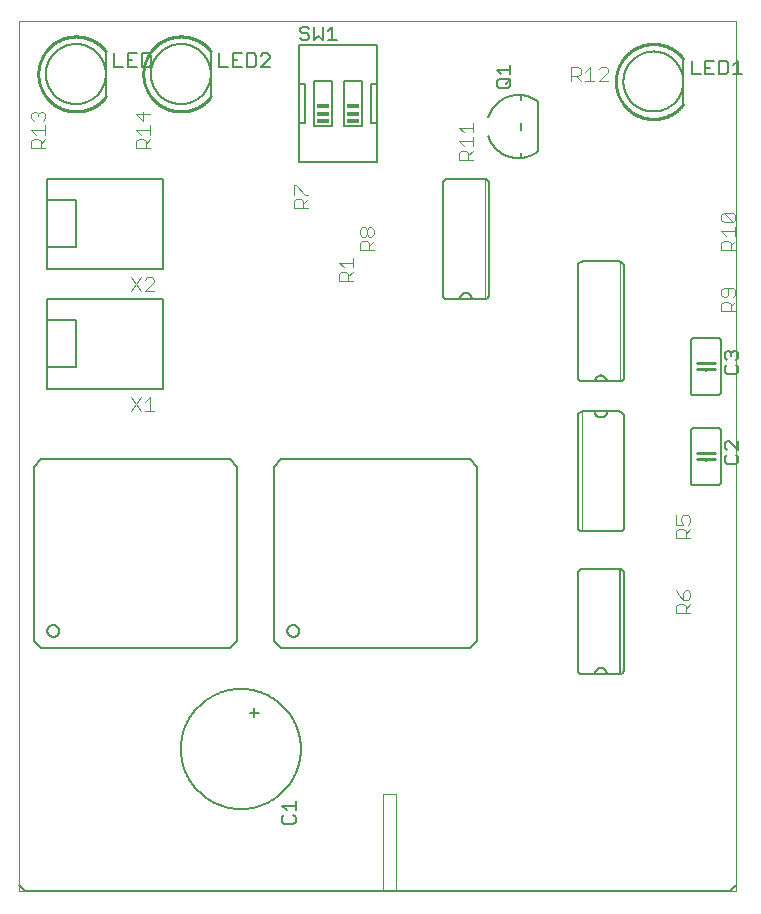
<source format=gto>
G75*
%MOIN*%
%OFA0B0*%
%FSLAX25Y25*%
%IPPOS*%
%LPD*%
%AMOC8*
5,1,8,0,0,1.08239X$1,22.5*
%
%ADD10C,0.00000*%
%ADD11C,0.00600*%
%ADD12C,0.00500*%
%ADD13C,0.01000*%
%ADD14C,0.00800*%
%ADD15C,0.00400*%
%ADD16R,0.04000X0.01500*%
%ADD17C,0.00200*%
D10*
X0027500Y0034500D02*
X0027500Y0324500D01*
X0266500Y0324500D01*
X0266500Y0034500D01*
X0027500Y0034500D01*
X0149000Y0034500D02*
X0149000Y0067000D01*
X0153200Y0067000D01*
X0153200Y0034500D01*
D11*
X0081500Y0082000D02*
X0081506Y0082491D01*
X0081524Y0082981D01*
X0081554Y0083471D01*
X0081596Y0083960D01*
X0081650Y0084448D01*
X0081716Y0084935D01*
X0081794Y0085419D01*
X0081884Y0085902D01*
X0081986Y0086382D01*
X0082099Y0086860D01*
X0082224Y0087334D01*
X0082361Y0087806D01*
X0082509Y0088274D01*
X0082669Y0088738D01*
X0082840Y0089198D01*
X0083022Y0089654D01*
X0083216Y0090105D01*
X0083420Y0090551D01*
X0083636Y0090992D01*
X0083862Y0091428D01*
X0084098Y0091858D01*
X0084345Y0092282D01*
X0084603Y0092700D01*
X0084871Y0093111D01*
X0085148Y0093516D01*
X0085436Y0093914D01*
X0085733Y0094305D01*
X0086040Y0094688D01*
X0086356Y0095063D01*
X0086681Y0095431D01*
X0087015Y0095791D01*
X0087358Y0096142D01*
X0087709Y0096485D01*
X0088069Y0096819D01*
X0088437Y0097144D01*
X0088812Y0097460D01*
X0089195Y0097767D01*
X0089586Y0098064D01*
X0089984Y0098352D01*
X0090389Y0098629D01*
X0090800Y0098897D01*
X0091218Y0099155D01*
X0091642Y0099402D01*
X0092072Y0099638D01*
X0092508Y0099864D01*
X0092949Y0100080D01*
X0093395Y0100284D01*
X0093846Y0100478D01*
X0094302Y0100660D01*
X0094762Y0100831D01*
X0095226Y0100991D01*
X0095694Y0101139D01*
X0096166Y0101276D01*
X0096640Y0101401D01*
X0097118Y0101514D01*
X0097598Y0101616D01*
X0098081Y0101706D01*
X0098565Y0101784D01*
X0099052Y0101850D01*
X0099540Y0101904D01*
X0100029Y0101946D01*
X0100519Y0101976D01*
X0101009Y0101994D01*
X0101500Y0102000D01*
X0101991Y0101994D01*
X0102481Y0101976D01*
X0102971Y0101946D01*
X0103460Y0101904D01*
X0103948Y0101850D01*
X0104435Y0101784D01*
X0104919Y0101706D01*
X0105402Y0101616D01*
X0105882Y0101514D01*
X0106360Y0101401D01*
X0106834Y0101276D01*
X0107306Y0101139D01*
X0107774Y0100991D01*
X0108238Y0100831D01*
X0108698Y0100660D01*
X0109154Y0100478D01*
X0109605Y0100284D01*
X0110051Y0100080D01*
X0110492Y0099864D01*
X0110928Y0099638D01*
X0111358Y0099402D01*
X0111782Y0099155D01*
X0112200Y0098897D01*
X0112611Y0098629D01*
X0113016Y0098352D01*
X0113414Y0098064D01*
X0113805Y0097767D01*
X0114188Y0097460D01*
X0114563Y0097144D01*
X0114931Y0096819D01*
X0115291Y0096485D01*
X0115642Y0096142D01*
X0115985Y0095791D01*
X0116319Y0095431D01*
X0116644Y0095063D01*
X0116960Y0094688D01*
X0117267Y0094305D01*
X0117564Y0093914D01*
X0117852Y0093516D01*
X0118129Y0093111D01*
X0118397Y0092700D01*
X0118655Y0092282D01*
X0118902Y0091858D01*
X0119138Y0091428D01*
X0119364Y0090992D01*
X0119580Y0090551D01*
X0119784Y0090105D01*
X0119978Y0089654D01*
X0120160Y0089198D01*
X0120331Y0088738D01*
X0120491Y0088274D01*
X0120639Y0087806D01*
X0120776Y0087334D01*
X0120901Y0086860D01*
X0121014Y0086382D01*
X0121116Y0085902D01*
X0121206Y0085419D01*
X0121284Y0084935D01*
X0121350Y0084448D01*
X0121404Y0083960D01*
X0121446Y0083471D01*
X0121476Y0082981D01*
X0121494Y0082491D01*
X0121500Y0082000D01*
X0121494Y0081509D01*
X0121476Y0081019D01*
X0121446Y0080529D01*
X0121404Y0080040D01*
X0121350Y0079552D01*
X0121284Y0079065D01*
X0121206Y0078581D01*
X0121116Y0078098D01*
X0121014Y0077618D01*
X0120901Y0077140D01*
X0120776Y0076666D01*
X0120639Y0076194D01*
X0120491Y0075726D01*
X0120331Y0075262D01*
X0120160Y0074802D01*
X0119978Y0074346D01*
X0119784Y0073895D01*
X0119580Y0073449D01*
X0119364Y0073008D01*
X0119138Y0072572D01*
X0118902Y0072142D01*
X0118655Y0071718D01*
X0118397Y0071300D01*
X0118129Y0070889D01*
X0117852Y0070484D01*
X0117564Y0070086D01*
X0117267Y0069695D01*
X0116960Y0069312D01*
X0116644Y0068937D01*
X0116319Y0068569D01*
X0115985Y0068209D01*
X0115642Y0067858D01*
X0115291Y0067515D01*
X0114931Y0067181D01*
X0114563Y0066856D01*
X0114188Y0066540D01*
X0113805Y0066233D01*
X0113414Y0065936D01*
X0113016Y0065648D01*
X0112611Y0065371D01*
X0112200Y0065103D01*
X0111782Y0064845D01*
X0111358Y0064598D01*
X0110928Y0064362D01*
X0110492Y0064136D01*
X0110051Y0063920D01*
X0109605Y0063716D01*
X0109154Y0063522D01*
X0108698Y0063340D01*
X0108238Y0063169D01*
X0107774Y0063009D01*
X0107306Y0062861D01*
X0106834Y0062724D01*
X0106360Y0062599D01*
X0105882Y0062486D01*
X0105402Y0062384D01*
X0104919Y0062294D01*
X0104435Y0062216D01*
X0103948Y0062150D01*
X0103460Y0062096D01*
X0102971Y0062054D01*
X0102481Y0062024D01*
X0101991Y0062006D01*
X0101500Y0062000D01*
X0101009Y0062006D01*
X0100519Y0062024D01*
X0100029Y0062054D01*
X0099540Y0062096D01*
X0099052Y0062150D01*
X0098565Y0062216D01*
X0098081Y0062294D01*
X0097598Y0062384D01*
X0097118Y0062486D01*
X0096640Y0062599D01*
X0096166Y0062724D01*
X0095694Y0062861D01*
X0095226Y0063009D01*
X0094762Y0063169D01*
X0094302Y0063340D01*
X0093846Y0063522D01*
X0093395Y0063716D01*
X0092949Y0063920D01*
X0092508Y0064136D01*
X0092072Y0064362D01*
X0091642Y0064598D01*
X0091218Y0064845D01*
X0090800Y0065103D01*
X0090389Y0065371D01*
X0089984Y0065648D01*
X0089586Y0065936D01*
X0089195Y0066233D01*
X0088812Y0066540D01*
X0088437Y0066856D01*
X0088069Y0067181D01*
X0087709Y0067515D01*
X0087358Y0067858D01*
X0087015Y0068209D01*
X0086681Y0068569D01*
X0086356Y0068937D01*
X0086040Y0069312D01*
X0085733Y0069695D01*
X0085436Y0070086D01*
X0085148Y0070484D01*
X0084871Y0070889D01*
X0084603Y0071300D01*
X0084345Y0071718D01*
X0084098Y0072142D01*
X0083862Y0072572D01*
X0083636Y0073008D01*
X0083420Y0073449D01*
X0083216Y0073895D01*
X0083022Y0074346D01*
X0082840Y0074802D01*
X0082669Y0075262D01*
X0082509Y0075726D01*
X0082361Y0076194D01*
X0082224Y0076666D01*
X0082099Y0077140D01*
X0081986Y0077618D01*
X0081884Y0078098D01*
X0081794Y0078581D01*
X0081716Y0079065D01*
X0081650Y0079552D01*
X0081596Y0080040D01*
X0081554Y0080529D01*
X0081524Y0081019D01*
X0081506Y0081509D01*
X0081500Y0082000D01*
X0104500Y0094000D02*
X0107500Y0094000D01*
X0106000Y0095500D02*
X0106000Y0092500D01*
X0213800Y0108500D02*
X0213800Y0140500D01*
X0213802Y0140576D01*
X0213808Y0140652D01*
X0213817Y0140727D01*
X0213831Y0140802D01*
X0213848Y0140876D01*
X0213869Y0140949D01*
X0213893Y0141021D01*
X0213922Y0141092D01*
X0213953Y0141161D01*
X0213988Y0141228D01*
X0214027Y0141293D01*
X0214069Y0141357D01*
X0214114Y0141418D01*
X0214162Y0141477D01*
X0214213Y0141533D01*
X0214267Y0141587D01*
X0214323Y0141638D01*
X0214382Y0141686D01*
X0214443Y0141731D01*
X0214507Y0141773D01*
X0214572Y0141812D01*
X0214639Y0141847D01*
X0214708Y0141878D01*
X0214779Y0141907D01*
X0214851Y0141931D01*
X0214924Y0141952D01*
X0214998Y0141969D01*
X0215073Y0141983D01*
X0215148Y0141992D01*
X0215224Y0141998D01*
X0215300Y0142000D01*
X0227700Y0142000D01*
X0227800Y0142000D02*
X0227800Y0107000D01*
X0227700Y0107000D02*
X0223500Y0107000D01*
X0219500Y0107000D01*
X0215300Y0107000D01*
X0215224Y0107002D01*
X0215148Y0107008D01*
X0215073Y0107017D01*
X0214998Y0107031D01*
X0214924Y0107048D01*
X0214851Y0107069D01*
X0214779Y0107093D01*
X0214708Y0107122D01*
X0214639Y0107153D01*
X0214572Y0107188D01*
X0214507Y0107227D01*
X0214443Y0107269D01*
X0214382Y0107314D01*
X0214323Y0107362D01*
X0214267Y0107413D01*
X0214213Y0107467D01*
X0214162Y0107523D01*
X0214114Y0107582D01*
X0214069Y0107643D01*
X0214027Y0107707D01*
X0213988Y0107772D01*
X0213953Y0107839D01*
X0213922Y0107908D01*
X0213893Y0107979D01*
X0213869Y0108051D01*
X0213848Y0108124D01*
X0213831Y0108198D01*
X0213817Y0108273D01*
X0213808Y0108348D01*
X0213802Y0108424D01*
X0213800Y0108500D01*
X0219500Y0107000D02*
X0219502Y0107088D01*
X0219508Y0107177D01*
X0219518Y0107265D01*
X0219531Y0107352D01*
X0219549Y0107439D01*
X0219570Y0107525D01*
X0219595Y0107610D01*
X0219624Y0107693D01*
X0219657Y0107776D01*
X0219693Y0107856D01*
X0219732Y0107935D01*
X0219775Y0108013D01*
X0219822Y0108088D01*
X0219872Y0108161D01*
X0219925Y0108232D01*
X0219981Y0108301D01*
X0220040Y0108367D01*
X0220102Y0108430D01*
X0220166Y0108490D01*
X0220233Y0108548D01*
X0220303Y0108602D01*
X0220375Y0108654D01*
X0220449Y0108702D01*
X0220526Y0108747D01*
X0220604Y0108788D01*
X0220684Y0108826D01*
X0220765Y0108860D01*
X0220848Y0108891D01*
X0220933Y0108918D01*
X0221018Y0108941D01*
X0221104Y0108960D01*
X0221192Y0108976D01*
X0221279Y0108988D01*
X0221367Y0108996D01*
X0221456Y0109000D01*
X0221544Y0109000D01*
X0221633Y0108996D01*
X0221721Y0108988D01*
X0221808Y0108976D01*
X0221896Y0108960D01*
X0221982Y0108941D01*
X0222067Y0108918D01*
X0222152Y0108891D01*
X0222235Y0108860D01*
X0222316Y0108826D01*
X0222396Y0108788D01*
X0222474Y0108747D01*
X0222551Y0108702D01*
X0222625Y0108654D01*
X0222697Y0108602D01*
X0222767Y0108548D01*
X0222834Y0108490D01*
X0222898Y0108430D01*
X0222960Y0108367D01*
X0223019Y0108301D01*
X0223075Y0108232D01*
X0223128Y0108161D01*
X0223178Y0108088D01*
X0223225Y0108013D01*
X0223268Y0107935D01*
X0223307Y0107856D01*
X0223343Y0107776D01*
X0223376Y0107693D01*
X0223405Y0107610D01*
X0223430Y0107525D01*
X0223451Y0107439D01*
X0223469Y0107352D01*
X0223482Y0107265D01*
X0223492Y0107177D01*
X0223498Y0107088D01*
X0223500Y0107000D01*
X0227700Y0107000D02*
X0227776Y0107002D01*
X0227852Y0107008D01*
X0227927Y0107017D01*
X0228002Y0107031D01*
X0228076Y0107048D01*
X0228149Y0107069D01*
X0228221Y0107093D01*
X0228292Y0107122D01*
X0228361Y0107153D01*
X0228428Y0107188D01*
X0228493Y0107227D01*
X0228557Y0107269D01*
X0228618Y0107314D01*
X0228677Y0107362D01*
X0228733Y0107413D01*
X0228787Y0107467D01*
X0228838Y0107523D01*
X0228886Y0107582D01*
X0228931Y0107643D01*
X0228973Y0107707D01*
X0229012Y0107772D01*
X0229047Y0107839D01*
X0229078Y0107908D01*
X0229107Y0107979D01*
X0229131Y0108051D01*
X0229152Y0108124D01*
X0229169Y0108198D01*
X0229183Y0108273D01*
X0229192Y0108348D01*
X0229198Y0108424D01*
X0229200Y0108500D01*
X0229200Y0140500D01*
X0229198Y0140576D01*
X0229192Y0140652D01*
X0229183Y0140727D01*
X0229169Y0140802D01*
X0229152Y0140876D01*
X0229131Y0140949D01*
X0229107Y0141021D01*
X0229078Y0141092D01*
X0229047Y0141161D01*
X0229012Y0141228D01*
X0228973Y0141293D01*
X0228931Y0141357D01*
X0228886Y0141418D01*
X0228838Y0141477D01*
X0228787Y0141533D01*
X0228733Y0141587D01*
X0228677Y0141638D01*
X0228618Y0141686D01*
X0228557Y0141731D01*
X0228493Y0141773D01*
X0228428Y0141812D01*
X0228361Y0141847D01*
X0228292Y0141878D01*
X0228221Y0141907D01*
X0228149Y0141931D01*
X0228076Y0141952D01*
X0228002Y0141969D01*
X0227927Y0141983D01*
X0227852Y0141992D01*
X0227776Y0141998D01*
X0227700Y0142000D01*
X0227700Y0154500D02*
X0215300Y0154500D01*
X0215224Y0154502D01*
X0215148Y0154508D01*
X0215073Y0154517D01*
X0214998Y0154531D01*
X0214924Y0154548D01*
X0214851Y0154569D01*
X0214779Y0154593D01*
X0214708Y0154622D01*
X0214639Y0154653D01*
X0214572Y0154688D01*
X0214507Y0154727D01*
X0214443Y0154769D01*
X0214382Y0154814D01*
X0214323Y0154862D01*
X0214267Y0154913D01*
X0214213Y0154967D01*
X0214162Y0155023D01*
X0214114Y0155082D01*
X0214069Y0155143D01*
X0214027Y0155207D01*
X0213988Y0155272D01*
X0213953Y0155339D01*
X0213922Y0155408D01*
X0213893Y0155479D01*
X0213869Y0155551D01*
X0213848Y0155624D01*
X0213831Y0155698D01*
X0213817Y0155773D01*
X0213808Y0155848D01*
X0213802Y0155924D01*
X0213800Y0156000D01*
X0213800Y0193000D01*
X0213802Y0193076D01*
X0213808Y0193152D01*
X0213817Y0193227D01*
X0213831Y0193302D01*
X0213848Y0193376D01*
X0213869Y0193449D01*
X0213893Y0193521D01*
X0213922Y0193592D01*
X0213953Y0193661D01*
X0213988Y0193728D01*
X0214027Y0193793D01*
X0214069Y0193857D01*
X0214114Y0193918D01*
X0214162Y0193977D01*
X0214213Y0194033D01*
X0214267Y0194087D01*
X0214323Y0194138D01*
X0214382Y0194186D01*
X0214443Y0194231D01*
X0214507Y0194273D01*
X0214572Y0194312D01*
X0214639Y0194347D01*
X0214708Y0194378D01*
X0214779Y0194407D01*
X0214851Y0194431D01*
X0214924Y0194452D01*
X0214998Y0194469D01*
X0215073Y0194483D01*
X0215148Y0194492D01*
X0215224Y0194498D01*
X0215300Y0194500D01*
X0219500Y0194500D01*
X0223500Y0194500D01*
X0227700Y0194500D01*
X0227776Y0194498D01*
X0227852Y0194492D01*
X0227927Y0194483D01*
X0228002Y0194469D01*
X0228076Y0194452D01*
X0228149Y0194431D01*
X0228221Y0194407D01*
X0228292Y0194378D01*
X0228361Y0194347D01*
X0228428Y0194312D01*
X0228493Y0194273D01*
X0228557Y0194231D01*
X0228618Y0194186D01*
X0228677Y0194138D01*
X0228733Y0194087D01*
X0228787Y0194033D01*
X0228838Y0193977D01*
X0228886Y0193918D01*
X0228931Y0193857D01*
X0228973Y0193793D01*
X0229012Y0193728D01*
X0229047Y0193661D01*
X0229078Y0193592D01*
X0229107Y0193521D01*
X0229131Y0193449D01*
X0229152Y0193376D01*
X0229169Y0193302D01*
X0229183Y0193227D01*
X0229192Y0193152D01*
X0229198Y0193076D01*
X0229200Y0193000D01*
X0229200Y0156000D01*
X0229198Y0155924D01*
X0229192Y0155848D01*
X0229183Y0155773D01*
X0229169Y0155698D01*
X0229152Y0155624D01*
X0229131Y0155551D01*
X0229107Y0155479D01*
X0229078Y0155408D01*
X0229047Y0155339D01*
X0229012Y0155272D01*
X0228973Y0155207D01*
X0228931Y0155143D01*
X0228886Y0155082D01*
X0228838Y0155023D01*
X0228787Y0154967D01*
X0228733Y0154913D01*
X0228677Y0154862D01*
X0228618Y0154814D01*
X0228557Y0154769D01*
X0228493Y0154727D01*
X0228428Y0154688D01*
X0228361Y0154653D01*
X0228292Y0154622D01*
X0228221Y0154593D01*
X0228149Y0154569D01*
X0228076Y0154548D01*
X0228002Y0154531D01*
X0227927Y0154517D01*
X0227852Y0154508D01*
X0227776Y0154502D01*
X0227700Y0154500D01*
X0251500Y0171000D02*
X0251500Y0188000D01*
X0251502Y0188060D01*
X0251507Y0188121D01*
X0251516Y0188180D01*
X0251529Y0188239D01*
X0251545Y0188298D01*
X0251565Y0188355D01*
X0251588Y0188410D01*
X0251615Y0188465D01*
X0251644Y0188517D01*
X0251677Y0188568D01*
X0251713Y0188617D01*
X0251751Y0188663D01*
X0251793Y0188707D01*
X0251837Y0188749D01*
X0251883Y0188787D01*
X0251932Y0188823D01*
X0251983Y0188856D01*
X0252035Y0188885D01*
X0252090Y0188912D01*
X0252145Y0188935D01*
X0252202Y0188955D01*
X0252261Y0188971D01*
X0252320Y0188984D01*
X0252379Y0188993D01*
X0252440Y0188998D01*
X0252500Y0189000D01*
X0260500Y0189000D01*
X0260560Y0188998D01*
X0260621Y0188993D01*
X0260680Y0188984D01*
X0260739Y0188971D01*
X0260798Y0188955D01*
X0260855Y0188935D01*
X0260910Y0188912D01*
X0260965Y0188885D01*
X0261017Y0188856D01*
X0261068Y0188823D01*
X0261117Y0188787D01*
X0261163Y0188749D01*
X0261207Y0188707D01*
X0261249Y0188663D01*
X0261287Y0188617D01*
X0261323Y0188568D01*
X0261356Y0188517D01*
X0261385Y0188465D01*
X0261412Y0188410D01*
X0261435Y0188355D01*
X0261455Y0188298D01*
X0261471Y0188239D01*
X0261484Y0188180D01*
X0261493Y0188121D01*
X0261498Y0188060D01*
X0261500Y0188000D01*
X0261500Y0171000D01*
X0261498Y0170940D01*
X0261493Y0170879D01*
X0261484Y0170820D01*
X0261471Y0170761D01*
X0261455Y0170702D01*
X0261435Y0170645D01*
X0261412Y0170590D01*
X0261385Y0170535D01*
X0261356Y0170483D01*
X0261323Y0170432D01*
X0261287Y0170383D01*
X0261249Y0170337D01*
X0261207Y0170293D01*
X0261163Y0170251D01*
X0261117Y0170213D01*
X0261068Y0170177D01*
X0261017Y0170144D01*
X0260965Y0170115D01*
X0260910Y0170088D01*
X0260855Y0170065D01*
X0260798Y0170045D01*
X0260739Y0170029D01*
X0260680Y0170016D01*
X0260621Y0170007D01*
X0260560Y0170002D01*
X0260500Y0170000D01*
X0252500Y0170000D01*
X0252440Y0170002D01*
X0252379Y0170007D01*
X0252320Y0170016D01*
X0252261Y0170029D01*
X0252202Y0170045D01*
X0252145Y0170065D01*
X0252090Y0170088D01*
X0252035Y0170115D01*
X0251983Y0170144D01*
X0251932Y0170177D01*
X0251883Y0170213D01*
X0251837Y0170251D01*
X0251793Y0170293D01*
X0251751Y0170337D01*
X0251713Y0170383D01*
X0251677Y0170432D01*
X0251644Y0170483D01*
X0251615Y0170535D01*
X0251588Y0170590D01*
X0251565Y0170645D01*
X0251545Y0170702D01*
X0251529Y0170761D01*
X0251516Y0170820D01*
X0251507Y0170879D01*
X0251502Y0170940D01*
X0251500Y0171000D01*
X0256500Y0178000D02*
X0256500Y0178500D01*
X0256500Y0180500D02*
X0256500Y0181000D01*
X0260500Y0200000D02*
X0252500Y0200000D01*
X0252440Y0200002D01*
X0252379Y0200007D01*
X0252320Y0200016D01*
X0252261Y0200029D01*
X0252202Y0200045D01*
X0252145Y0200065D01*
X0252090Y0200088D01*
X0252035Y0200115D01*
X0251983Y0200144D01*
X0251932Y0200177D01*
X0251883Y0200213D01*
X0251837Y0200251D01*
X0251793Y0200293D01*
X0251751Y0200337D01*
X0251713Y0200383D01*
X0251677Y0200432D01*
X0251644Y0200483D01*
X0251615Y0200535D01*
X0251588Y0200590D01*
X0251565Y0200645D01*
X0251545Y0200702D01*
X0251529Y0200761D01*
X0251516Y0200820D01*
X0251507Y0200879D01*
X0251502Y0200940D01*
X0251500Y0201000D01*
X0251500Y0218000D01*
X0251502Y0218060D01*
X0251507Y0218121D01*
X0251516Y0218180D01*
X0251529Y0218239D01*
X0251545Y0218298D01*
X0251565Y0218355D01*
X0251588Y0218410D01*
X0251615Y0218465D01*
X0251644Y0218517D01*
X0251677Y0218568D01*
X0251713Y0218617D01*
X0251751Y0218663D01*
X0251793Y0218707D01*
X0251837Y0218749D01*
X0251883Y0218787D01*
X0251932Y0218823D01*
X0251983Y0218856D01*
X0252035Y0218885D01*
X0252090Y0218912D01*
X0252145Y0218935D01*
X0252202Y0218955D01*
X0252261Y0218971D01*
X0252320Y0218984D01*
X0252379Y0218993D01*
X0252440Y0218998D01*
X0252500Y0219000D01*
X0260500Y0219000D01*
X0260560Y0218998D01*
X0260621Y0218993D01*
X0260680Y0218984D01*
X0260739Y0218971D01*
X0260798Y0218955D01*
X0260855Y0218935D01*
X0260910Y0218912D01*
X0260965Y0218885D01*
X0261017Y0218856D01*
X0261068Y0218823D01*
X0261117Y0218787D01*
X0261163Y0218749D01*
X0261207Y0218707D01*
X0261249Y0218663D01*
X0261287Y0218617D01*
X0261323Y0218568D01*
X0261356Y0218517D01*
X0261385Y0218465D01*
X0261412Y0218410D01*
X0261435Y0218355D01*
X0261455Y0218298D01*
X0261471Y0218239D01*
X0261484Y0218180D01*
X0261493Y0218121D01*
X0261498Y0218060D01*
X0261500Y0218000D01*
X0261500Y0201000D01*
X0261498Y0200940D01*
X0261493Y0200879D01*
X0261484Y0200820D01*
X0261471Y0200761D01*
X0261455Y0200702D01*
X0261435Y0200645D01*
X0261412Y0200590D01*
X0261385Y0200535D01*
X0261356Y0200483D01*
X0261323Y0200432D01*
X0261287Y0200383D01*
X0261249Y0200337D01*
X0261207Y0200293D01*
X0261163Y0200251D01*
X0261117Y0200213D01*
X0261068Y0200177D01*
X0261017Y0200144D01*
X0260965Y0200115D01*
X0260910Y0200088D01*
X0260855Y0200065D01*
X0260798Y0200045D01*
X0260739Y0200029D01*
X0260680Y0200016D01*
X0260621Y0200007D01*
X0260560Y0200002D01*
X0260500Y0200000D01*
X0256500Y0208000D02*
X0256500Y0208500D01*
X0256500Y0210500D02*
X0256500Y0211000D01*
X0229200Y0206000D02*
X0229200Y0243000D01*
X0229198Y0243076D01*
X0229192Y0243152D01*
X0229183Y0243227D01*
X0229169Y0243302D01*
X0229152Y0243376D01*
X0229131Y0243449D01*
X0229107Y0243521D01*
X0229078Y0243592D01*
X0229047Y0243661D01*
X0229012Y0243728D01*
X0228973Y0243793D01*
X0228931Y0243857D01*
X0228886Y0243918D01*
X0228838Y0243977D01*
X0228787Y0244033D01*
X0228733Y0244087D01*
X0228677Y0244138D01*
X0228618Y0244186D01*
X0228557Y0244231D01*
X0228493Y0244273D01*
X0228428Y0244312D01*
X0228361Y0244347D01*
X0228292Y0244378D01*
X0228221Y0244407D01*
X0228149Y0244431D01*
X0228076Y0244452D01*
X0228002Y0244469D01*
X0227927Y0244483D01*
X0227852Y0244492D01*
X0227776Y0244498D01*
X0227700Y0244500D01*
X0215300Y0244500D01*
X0215224Y0244498D01*
X0215148Y0244492D01*
X0215073Y0244483D01*
X0214998Y0244469D01*
X0214924Y0244452D01*
X0214851Y0244431D01*
X0214779Y0244407D01*
X0214708Y0244378D01*
X0214639Y0244347D01*
X0214572Y0244312D01*
X0214507Y0244273D01*
X0214443Y0244231D01*
X0214382Y0244186D01*
X0214323Y0244138D01*
X0214267Y0244087D01*
X0214213Y0244033D01*
X0214162Y0243977D01*
X0214114Y0243918D01*
X0214069Y0243857D01*
X0214027Y0243793D01*
X0213988Y0243728D01*
X0213953Y0243661D01*
X0213922Y0243592D01*
X0213893Y0243521D01*
X0213869Y0243449D01*
X0213848Y0243376D01*
X0213831Y0243302D01*
X0213817Y0243227D01*
X0213808Y0243152D01*
X0213802Y0243076D01*
X0213800Y0243000D01*
X0213800Y0206000D01*
X0213802Y0205924D01*
X0213808Y0205848D01*
X0213817Y0205773D01*
X0213831Y0205698D01*
X0213848Y0205624D01*
X0213869Y0205551D01*
X0213893Y0205479D01*
X0213922Y0205408D01*
X0213953Y0205339D01*
X0213988Y0205272D01*
X0214027Y0205207D01*
X0214069Y0205143D01*
X0214114Y0205082D01*
X0214162Y0205023D01*
X0214213Y0204967D01*
X0214267Y0204913D01*
X0214323Y0204862D01*
X0214382Y0204814D01*
X0214443Y0204769D01*
X0214507Y0204727D01*
X0214572Y0204688D01*
X0214639Y0204653D01*
X0214708Y0204622D01*
X0214779Y0204593D01*
X0214851Y0204569D01*
X0214924Y0204548D01*
X0214998Y0204531D01*
X0215073Y0204517D01*
X0215148Y0204508D01*
X0215224Y0204502D01*
X0215300Y0204500D01*
X0219500Y0204500D01*
X0223500Y0204500D01*
X0227700Y0204500D01*
X0227776Y0204502D01*
X0227852Y0204508D01*
X0227927Y0204517D01*
X0228002Y0204531D01*
X0228076Y0204548D01*
X0228149Y0204569D01*
X0228221Y0204593D01*
X0228292Y0204622D01*
X0228361Y0204653D01*
X0228428Y0204688D01*
X0228493Y0204727D01*
X0228557Y0204769D01*
X0228618Y0204814D01*
X0228677Y0204862D01*
X0228733Y0204913D01*
X0228787Y0204967D01*
X0228838Y0205023D01*
X0228886Y0205082D01*
X0228931Y0205143D01*
X0228973Y0205207D01*
X0229012Y0205272D01*
X0229047Y0205339D01*
X0229078Y0205408D01*
X0229107Y0205479D01*
X0229131Y0205551D01*
X0229152Y0205624D01*
X0229169Y0205698D01*
X0229183Y0205773D01*
X0229192Y0205848D01*
X0229198Y0205924D01*
X0229200Y0206000D01*
X0223500Y0204500D02*
X0223498Y0204588D01*
X0223492Y0204677D01*
X0223482Y0204765D01*
X0223469Y0204852D01*
X0223451Y0204939D01*
X0223430Y0205025D01*
X0223405Y0205110D01*
X0223376Y0205193D01*
X0223343Y0205276D01*
X0223307Y0205356D01*
X0223268Y0205435D01*
X0223225Y0205513D01*
X0223178Y0205588D01*
X0223128Y0205661D01*
X0223075Y0205732D01*
X0223019Y0205801D01*
X0222960Y0205867D01*
X0222898Y0205930D01*
X0222834Y0205990D01*
X0222767Y0206048D01*
X0222697Y0206102D01*
X0222625Y0206154D01*
X0222551Y0206202D01*
X0222474Y0206247D01*
X0222396Y0206288D01*
X0222316Y0206326D01*
X0222235Y0206360D01*
X0222152Y0206391D01*
X0222067Y0206418D01*
X0221982Y0206441D01*
X0221896Y0206460D01*
X0221808Y0206476D01*
X0221721Y0206488D01*
X0221633Y0206496D01*
X0221544Y0206500D01*
X0221456Y0206500D01*
X0221367Y0206496D01*
X0221279Y0206488D01*
X0221192Y0206476D01*
X0221104Y0206460D01*
X0221018Y0206441D01*
X0220933Y0206418D01*
X0220848Y0206391D01*
X0220765Y0206360D01*
X0220684Y0206326D01*
X0220604Y0206288D01*
X0220526Y0206247D01*
X0220449Y0206202D01*
X0220375Y0206154D01*
X0220303Y0206102D01*
X0220233Y0206048D01*
X0220166Y0205990D01*
X0220102Y0205930D01*
X0220040Y0205867D01*
X0219981Y0205801D01*
X0219925Y0205732D01*
X0219872Y0205661D01*
X0219822Y0205588D01*
X0219775Y0205513D01*
X0219732Y0205435D01*
X0219693Y0205356D01*
X0219657Y0205276D01*
X0219624Y0205193D01*
X0219595Y0205110D01*
X0219570Y0205025D01*
X0219549Y0204939D01*
X0219531Y0204852D01*
X0219518Y0204765D01*
X0219508Y0204677D01*
X0219502Y0204588D01*
X0219500Y0204500D01*
X0219500Y0194500D02*
X0219502Y0194412D01*
X0219508Y0194323D01*
X0219518Y0194235D01*
X0219531Y0194148D01*
X0219549Y0194061D01*
X0219570Y0193975D01*
X0219595Y0193890D01*
X0219624Y0193807D01*
X0219657Y0193724D01*
X0219693Y0193644D01*
X0219732Y0193565D01*
X0219775Y0193487D01*
X0219822Y0193412D01*
X0219872Y0193339D01*
X0219925Y0193268D01*
X0219981Y0193199D01*
X0220040Y0193133D01*
X0220102Y0193070D01*
X0220166Y0193010D01*
X0220233Y0192952D01*
X0220303Y0192898D01*
X0220375Y0192846D01*
X0220449Y0192798D01*
X0220526Y0192753D01*
X0220604Y0192712D01*
X0220684Y0192674D01*
X0220765Y0192640D01*
X0220848Y0192609D01*
X0220933Y0192582D01*
X0221018Y0192559D01*
X0221104Y0192540D01*
X0221192Y0192524D01*
X0221279Y0192512D01*
X0221367Y0192504D01*
X0221456Y0192500D01*
X0221544Y0192500D01*
X0221633Y0192504D01*
X0221721Y0192512D01*
X0221808Y0192524D01*
X0221896Y0192540D01*
X0221982Y0192559D01*
X0222067Y0192582D01*
X0222152Y0192609D01*
X0222235Y0192640D01*
X0222316Y0192674D01*
X0222396Y0192712D01*
X0222474Y0192753D01*
X0222551Y0192798D01*
X0222625Y0192846D01*
X0222697Y0192898D01*
X0222767Y0192952D01*
X0222834Y0193010D01*
X0222898Y0193070D01*
X0222960Y0193133D01*
X0223019Y0193199D01*
X0223075Y0193268D01*
X0223128Y0193339D01*
X0223178Y0193412D01*
X0223225Y0193487D01*
X0223268Y0193565D01*
X0223307Y0193644D01*
X0223343Y0193724D01*
X0223376Y0193807D01*
X0223405Y0193890D01*
X0223430Y0193975D01*
X0223451Y0194061D01*
X0223469Y0194148D01*
X0223482Y0194235D01*
X0223492Y0194323D01*
X0223498Y0194412D01*
X0223500Y0194500D01*
X0184200Y0233500D02*
X0184200Y0270500D01*
X0184198Y0270576D01*
X0184192Y0270652D01*
X0184183Y0270727D01*
X0184169Y0270802D01*
X0184152Y0270876D01*
X0184131Y0270949D01*
X0184107Y0271021D01*
X0184078Y0271092D01*
X0184047Y0271161D01*
X0184012Y0271228D01*
X0183973Y0271293D01*
X0183931Y0271357D01*
X0183886Y0271418D01*
X0183838Y0271477D01*
X0183787Y0271533D01*
X0183733Y0271587D01*
X0183677Y0271638D01*
X0183618Y0271686D01*
X0183557Y0271731D01*
X0183493Y0271773D01*
X0183428Y0271812D01*
X0183361Y0271847D01*
X0183292Y0271878D01*
X0183221Y0271907D01*
X0183149Y0271931D01*
X0183076Y0271952D01*
X0183002Y0271969D01*
X0182927Y0271983D01*
X0182852Y0271992D01*
X0182776Y0271998D01*
X0182700Y0272000D01*
X0170300Y0272000D01*
X0170224Y0271998D01*
X0170148Y0271992D01*
X0170073Y0271983D01*
X0169998Y0271969D01*
X0169924Y0271952D01*
X0169851Y0271931D01*
X0169779Y0271907D01*
X0169708Y0271878D01*
X0169639Y0271847D01*
X0169572Y0271812D01*
X0169507Y0271773D01*
X0169443Y0271731D01*
X0169382Y0271686D01*
X0169323Y0271638D01*
X0169267Y0271587D01*
X0169213Y0271533D01*
X0169162Y0271477D01*
X0169114Y0271418D01*
X0169069Y0271357D01*
X0169027Y0271293D01*
X0168988Y0271228D01*
X0168953Y0271161D01*
X0168922Y0271092D01*
X0168893Y0271021D01*
X0168869Y0270949D01*
X0168848Y0270876D01*
X0168831Y0270802D01*
X0168817Y0270727D01*
X0168808Y0270652D01*
X0168802Y0270576D01*
X0168800Y0270500D01*
X0168800Y0233500D01*
X0168802Y0233424D01*
X0168808Y0233348D01*
X0168817Y0233273D01*
X0168831Y0233198D01*
X0168848Y0233124D01*
X0168869Y0233051D01*
X0168893Y0232979D01*
X0168922Y0232908D01*
X0168953Y0232839D01*
X0168988Y0232772D01*
X0169027Y0232707D01*
X0169069Y0232643D01*
X0169114Y0232582D01*
X0169162Y0232523D01*
X0169213Y0232467D01*
X0169267Y0232413D01*
X0169323Y0232362D01*
X0169382Y0232314D01*
X0169443Y0232269D01*
X0169507Y0232227D01*
X0169572Y0232188D01*
X0169639Y0232153D01*
X0169708Y0232122D01*
X0169779Y0232093D01*
X0169851Y0232069D01*
X0169924Y0232048D01*
X0169998Y0232031D01*
X0170073Y0232017D01*
X0170148Y0232008D01*
X0170224Y0232002D01*
X0170300Y0232000D01*
X0174500Y0232000D01*
X0178500Y0232000D01*
X0182700Y0232000D01*
X0182776Y0232002D01*
X0182852Y0232008D01*
X0182927Y0232017D01*
X0183002Y0232031D01*
X0183076Y0232048D01*
X0183149Y0232069D01*
X0183221Y0232093D01*
X0183292Y0232122D01*
X0183361Y0232153D01*
X0183428Y0232188D01*
X0183493Y0232227D01*
X0183557Y0232269D01*
X0183618Y0232314D01*
X0183677Y0232362D01*
X0183733Y0232413D01*
X0183787Y0232467D01*
X0183838Y0232523D01*
X0183886Y0232582D01*
X0183931Y0232643D01*
X0183973Y0232707D01*
X0184012Y0232772D01*
X0184047Y0232839D01*
X0184078Y0232908D01*
X0184107Y0232979D01*
X0184131Y0233051D01*
X0184152Y0233124D01*
X0184169Y0233198D01*
X0184183Y0233273D01*
X0184192Y0233348D01*
X0184198Y0233424D01*
X0184200Y0233500D01*
X0178500Y0232000D02*
X0178498Y0232088D01*
X0178492Y0232177D01*
X0178482Y0232265D01*
X0178469Y0232352D01*
X0178451Y0232439D01*
X0178430Y0232525D01*
X0178405Y0232610D01*
X0178376Y0232693D01*
X0178343Y0232776D01*
X0178307Y0232856D01*
X0178268Y0232935D01*
X0178225Y0233013D01*
X0178178Y0233088D01*
X0178128Y0233161D01*
X0178075Y0233232D01*
X0178019Y0233301D01*
X0177960Y0233367D01*
X0177898Y0233430D01*
X0177834Y0233490D01*
X0177767Y0233548D01*
X0177697Y0233602D01*
X0177625Y0233654D01*
X0177551Y0233702D01*
X0177474Y0233747D01*
X0177396Y0233788D01*
X0177316Y0233826D01*
X0177235Y0233860D01*
X0177152Y0233891D01*
X0177067Y0233918D01*
X0176982Y0233941D01*
X0176896Y0233960D01*
X0176808Y0233976D01*
X0176721Y0233988D01*
X0176633Y0233996D01*
X0176544Y0234000D01*
X0176456Y0234000D01*
X0176367Y0233996D01*
X0176279Y0233988D01*
X0176192Y0233976D01*
X0176104Y0233960D01*
X0176018Y0233941D01*
X0175933Y0233918D01*
X0175848Y0233891D01*
X0175765Y0233860D01*
X0175684Y0233826D01*
X0175604Y0233788D01*
X0175526Y0233747D01*
X0175449Y0233702D01*
X0175375Y0233654D01*
X0175303Y0233602D01*
X0175233Y0233548D01*
X0175166Y0233490D01*
X0175102Y0233430D01*
X0175040Y0233367D01*
X0174981Y0233301D01*
X0174925Y0233232D01*
X0174872Y0233161D01*
X0174822Y0233088D01*
X0174775Y0233013D01*
X0174732Y0232935D01*
X0174693Y0232856D01*
X0174657Y0232776D01*
X0174624Y0232693D01*
X0174595Y0232610D01*
X0174570Y0232525D01*
X0174549Y0232439D01*
X0174531Y0232352D01*
X0174518Y0232265D01*
X0174508Y0232177D01*
X0174502Y0232088D01*
X0174500Y0232000D01*
X0147000Y0277500D02*
X0147000Y0290500D01*
X0147000Y0303500D01*
X0147000Y0316500D01*
X0121000Y0316500D01*
X0121000Y0303500D01*
X0121000Y0290500D01*
X0121000Y0277500D01*
X0147000Y0277500D01*
X0142000Y0289500D02*
X0136000Y0289500D01*
X0136000Y0304500D01*
X0142000Y0304500D01*
X0142000Y0289500D01*
X0145000Y0290500D02*
X0147000Y0290500D01*
X0145000Y0290500D02*
X0145000Y0303500D01*
X0147000Y0303500D01*
X0132000Y0304500D02*
X0132000Y0289500D01*
X0126000Y0289500D01*
X0126000Y0304500D01*
X0132000Y0304500D01*
X0123000Y0303500D02*
X0121000Y0303500D01*
X0123000Y0303500D02*
X0123000Y0290500D01*
X0121000Y0290500D01*
X0071500Y0307000D02*
X0071503Y0307245D01*
X0071512Y0307491D01*
X0071527Y0307736D01*
X0071548Y0307980D01*
X0071575Y0308224D01*
X0071608Y0308467D01*
X0071647Y0308710D01*
X0071692Y0308951D01*
X0071743Y0309191D01*
X0071800Y0309430D01*
X0071862Y0309667D01*
X0071931Y0309903D01*
X0072005Y0310137D01*
X0072085Y0310369D01*
X0072170Y0310599D01*
X0072261Y0310827D01*
X0072358Y0311052D01*
X0072460Y0311276D01*
X0072568Y0311496D01*
X0072681Y0311714D01*
X0072799Y0311929D01*
X0072923Y0312141D01*
X0073051Y0312350D01*
X0073185Y0312556D01*
X0073324Y0312758D01*
X0073468Y0312957D01*
X0073617Y0313152D01*
X0073770Y0313344D01*
X0073928Y0313532D01*
X0074090Y0313716D01*
X0074258Y0313895D01*
X0074429Y0314071D01*
X0074605Y0314242D01*
X0074784Y0314410D01*
X0074968Y0314572D01*
X0075156Y0314730D01*
X0075348Y0314883D01*
X0075543Y0315032D01*
X0075742Y0315176D01*
X0075944Y0315315D01*
X0076150Y0315449D01*
X0076359Y0315577D01*
X0076571Y0315701D01*
X0076786Y0315819D01*
X0077004Y0315932D01*
X0077224Y0316040D01*
X0077448Y0316142D01*
X0077673Y0316239D01*
X0077901Y0316330D01*
X0078131Y0316415D01*
X0078363Y0316495D01*
X0078597Y0316569D01*
X0078833Y0316638D01*
X0079070Y0316700D01*
X0079309Y0316757D01*
X0079549Y0316808D01*
X0079790Y0316853D01*
X0080033Y0316892D01*
X0080276Y0316925D01*
X0080520Y0316952D01*
X0080764Y0316973D01*
X0081009Y0316988D01*
X0081255Y0316997D01*
X0081500Y0317000D01*
X0081745Y0316997D01*
X0081991Y0316988D01*
X0082236Y0316973D01*
X0082480Y0316952D01*
X0082724Y0316925D01*
X0082967Y0316892D01*
X0083210Y0316853D01*
X0083451Y0316808D01*
X0083691Y0316757D01*
X0083930Y0316700D01*
X0084167Y0316638D01*
X0084403Y0316569D01*
X0084637Y0316495D01*
X0084869Y0316415D01*
X0085099Y0316330D01*
X0085327Y0316239D01*
X0085552Y0316142D01*
X0085776Y0316040D01*
X0085996Y0315932D01*
X0086214Y0315819D01*
X0086429Y0315701D01*
X0086641Y0315577D01*
X0086850Y0315449D01*
X0087056Y0315315D01*
X0087258Y0315176D01*
X0087457Y0315032D01*
X0087652Y0314883D01*
X0087844Y0314730D01*
X0088032Y0314572D01*
X0088216Y0314410D01*
X0088395Y0314242D01*
X0088571Y0314071D01*
X0088742Y0313895D01*
X0088910Y0313716D01*
X0089072Y0313532D01*
X0089230Y0313344D01*
X0089383Y0313152D01*
X0089532Y0312957D01*
X0089676Y0312758D01*
X0089815Y0312556D01*
X0089949Y0312350D01*
X0090077Y0312141D01*
X0090201Y0311929D01*
X0090319Y0311714D01*
X0090432Y0311496D01*
X0090540Y0311276D01*
X0090642Y0311052D01*
X0090739Y0310827D01*
X0090830Y0310599D01*
X0090915Y0310369D01*
X0090995Y0310137D01*
X0091069Y0309903D01*
X0091138Y0309667D01*
X0091200Y0309430D01*
X0091257Y0309191D01*
X0091308Y0308951D01*
X0091353Y0308710D01*
X0091392Y0308467D01*
X0091425Y0308224D01*
X0091452Y0307980D01*
X0091473Y0307736D01*
X0091488Y0307491D01*
X0091497Y0307245D01*
X0091500Y0307000D01*
X0091497Y0306755D01*
X0091488Y0306509D01*
X0091473Y0306264D01*
X0091452Y0306020D01*
X0091425Y0305776D01*
X0091392Y0305533D01*
X0091353Y0305290D01*
X0091308Y0305049D01*
X0091257Y0304809D01*
X0091200Y0304570D01*
X0091138Y0304333D01*
X0091069Y0304097D01*
X0090995Y0303863D01*
X0090915Y0303631D01*
X0090830Y0303401D01*
X0090739Y0303173D01*
X0090642Y0302948D01*
X0090540Y0302724D01*
X0090432Y0302504D01*
X0090319Y0302286D01*
X0090201Y0302071D01*
X0090077Y0301859D01*
X0089949Y0301650D01*
X0089815Y0301444D01*
X0089676Y0301242D01*
X0089532Y0301043D01*
X0089383Y0300848D01*
X0089230Y0300656D01*
X0089072Y0300468D01*
X0088910Y0300284D01*
X0088742Y0300105D01*
X0088571Y0299929D01*
X0088395Y0299758D01*
X0088216Y0299590D01*
X0088032Y0299428D01*
X0087844Y0299270D01*
X0087652Y0299117D01*
X0087457Y0298968D01*
X0087258Y0298824D01*
X0087056Y0298685D01*
X0086850Y0298551D01*
X0086641Y0298423D01*
X0086429Y0298299D01*
X0086214Y0298181D01*
X0085996Y0298068D01*
X0085776Y0297960D01*
X0085552Y0297858D01*
X0085327Y0297761D01*
X0085099Y0297670D01*
X0084869Y0297585D01*
X0084637Y0297505D01*
X0084403Y0297431D01*
X0084167Y0297362D01*
X0083930Y0297300D01*
X0083691Y0297243D01*
X0083451Y0297192D01*
X0083210Y0297147D01*
X0082967Y0297108D01*
X0082724Y0297075D01*
X0082480Y0297048D01*
X0082236Y0297027D01*
X0081991Y0297012D01*
X0081745Y0297003D01*
X0081500Y0297000D01*
X0081255Y0297003D01*
X0081009Y0297012D01*
X0080764Y0297027D01*
X0080520Y0297048D01*
X0080276Y0297075D01*
X0080033Y0297108D01*
X0079790Y0297147D01*
X0079549Y0297192D01*
X0079309Y0297243D01*
X0079070Y0297300D01*
X0078833Y0297362D01*
X0078597Y0297431D01*
X0078363Y0297505D01*
X0078131Y0297585D01*
X0077901Y0297670D01*
X0077673Y0297761D01*
X0077448Y0297858D01*
X0077224Y0297960D01*
X0077004Y0298068D01*
X0076786Y0298181D01*
X0076571Y0298299D01*
X0076359Y0298423D01*
X0076150Y0298551D01*
X0075944Y0298685D01*
X0075742Y0298824D01*
X0075543Y0298968D01*
X0075348Y0299117D01*
X0075156Y0299270D01*
X0074968Y0299428D01*
X0074784Y0299590D01*
X0074605Y0299758D01*
X0074429Y0299929D01*
X0074258Y0300105D01*
X0074090Y0300284D01*
X0073928Y0300468D01*
X0073770Y0300656D01*
X0073617Y0300848D01*
X0073468Y0301043D01*
X0073324Y0301242D01*
X0073185Y0301444D01*
X0073051Y0301650D01*
X0072923Y0301859D01*
X0072799Y0302071D01*
X0072681Y0302286D01*
X0072568Y0302504D01*
X0072460Y0302724D01*
X0072358Y0302948D01*
X0072261Y0303173D01*
X0072170Y0303401D01*
X0072085Y0303631D01*
X0072005Y0303863D01*
X0071931Y0304097D01*
X0071862Y0304333D01*
X0071800Y0304570D01*
X0071743Y0304809D01*
X0071692Y0305049D01*
X0071647Y0305290D01*
X0071608Y0305533D01*
X0071575Y0305776D01*
X0071548Y0306020D01*
X0071527Y0306264D01*
X0071512Y0306509D01*
X0071503Y0306755D01*
X0071500Y0307000D01*
X0036500Y0307000D02*
X0036503Y0307245D01*
X0036512Y0307491D01*
X0036527Y0307736D01*
X0036548Y0307980D01*
X0036575Y0308224D01*
X0036608Y0308467D01*
X0036647Y0308710D01*
X0036692Y0308951D01*
X0036743Y0309191D01*
X0036800Y0309430D01*
X0036862Y0309667D01*
X0036931Y0309903D01*
X0037005Y0310137D01*
X0037085Y0310369D01*
X0037170Y0310599D01*
X0037261Y0310827D01*
X0037358Y0311052D01*
X0037460Y0311276D01*
X0037568Y0311496D01*
X0037681Y0311714D01*
X0037799Y0311929D01*
X0037923Y0312141D01*
X0038051Y0312350D01*
X0038185Y0312556D01*
X0038324Y0312758D01*
X0038468Y0312957D01*
X0038617Y0313152D01*
X0038770Y0313344D01*
X0038928Y0313532D01*
X0039090Y0313716D01*
X0039258Y0313895D01*
X0039429Y0314071D01*
X0039605Y0314242D01*
X0039784Y0314410D01*
X0039968Y0314572D01*
X0040156Y0314730D01*
X0040348Y0314883D01*
X0040543Y0315032D01*
X0040742Y0315176D01*
X0040944Y0315315D01*
X0041150Y0315449D01*
X0041359Y0315577D01*
X0041571Y0315701D01*
X0041786Y0315819D01*
X0042004Y0315932D01*
X0042224Y0316040D01*
X0042448Y0316142D01*
X0042673Y0316239D01*
X0042901Y0316330D01*
X0043131Y0316415D01*
X0043363Y0316495D01*
X0043597Y0316569D01*
X0043833Y0316638D01*
X0044070Y0316700D01*
X0044309Y0316757D01*
X0044549Y0316808D01*
X0044790Y0316853D01*
X0045033Y0316892D01*
X0045276Y0316925D01*
X0045520Y0316952D01*
X0045764Y0316973D01*
X0046009Y0316988D01*
X0046255Y0316997D01*
X0046500Y0317000D01*
X0046745Y0316997D01*
X0046991Y0316988D01*
X0047236Y0316973D01*
X0047480Y0316952D01*
X0047724Y0316925D01*
X0047967Y0316892D01*
X0048210Y0316853D01*
X0048451Y0316808D01*
X0048691Y0316757D01*
X0048930Y0316700D01*
X0049167Y0316638D01*
X0049403Y0316569D01*
X0049637Y0316495D01*
X0049869Y0316415D01*
X0050099Y0316330D01*
X0050327Y0316239D01*
X0050552Y0316142D01*
X0050776Y0316040D01*
X0050996Y0315932D01*
X0051214Y0315819D01*
X0051429Y0315701D01*
X0051641Y0315577D01*
X0051850Y0315449D01*
X0052056Y0315315D01*
X0052258Y0315176D01*
X0052457Y0315032D01*
X0052652Y0314883D01*
X0052844Y0314730D01*
X0053032Y0314572D01*
X0053216Y0314410D01*
X0053395Y0314242D01*
X0053571Y0314071D01*
X0053742Y0313895D01*
X0053910Y0313716D01*
X0054072Y0313532D01*
X0054230Y0313344D01*
X0054383Y0313152D01*
X0054532Y0312957D01*
X0054676Y0312758D01*
X0054815Y0312556D01*
X0054949Y0312350D01*
X0055077Y0312141D01*
X0055201Y0311929D01*
X0055319Y0311714D01*
X0055432Y0311496D01*
X0055540Y0311276D01*
X0055642Y0311052D01*
X0055739Y0310827D01*
X0055830Y0310599D01*
X0055915Y0310369D01*
X0055995Y0310137D01*
X0056069Y0309903D01*
X0056138Y0309667D01*
X0056200Y0309430D01*
X0056257Y0309191D01*
X0056308Y0308951D01*
X0056353Y0308710D01*
X0056392Y0308467D01*
X0056425Y0308224D01*
X0056452Y0307980D01*
X0056473Y0307736D01*
X0056488Y0307491D01*
X0056497Y0307245D01*
X0056500Y0307000D01*
X0056497Y0306755D01*
X0056488Y0306509D01*
X0056473Y0306264D01*
X0056452Y0306020D01*
X0056425Y0305776D01*
X0056392Y0305533D01*
X0056353Y0305290D01*
X0056308Y0305049D01*
X0056257Y0304809D01*
X0056200Y0304570D01*
X0056138Y0304333D01*
X0056069Y0304097D01*
X0055995Y0303863D01*
X0055915Y0303631D01*
X0055830Y0303401D01*
X0055739Y0303173D01*
X0055642Y0302948D01*
X0055540Y0302724D01*
X0055432Y0302504D01*
X0055319Y0302286D01*
X0055201Y0302071D01*
X0055077Y0301859D01*
X0054949Y0301650D01*
X0054815Y0301444D01*
X0054676Y0301242D01*
X0054532Y0301043D01*
X0054383Y0300848D01*
X0054230Y0300656D01*
X0054072Y0300468D01*
X0053910Y0300284D01*
X0053742Y0300105D01*
X0053571Y0299929D01*
X0053395Y0299758D01*
X0053216Y0299590D01*
X0053032Y0299428D01*
X0052844Y0299270D01*
X0052652Y0299117D01*
X0052457Y0298968D01*
X0052258Y0298824D01*
X0052056Y0298685D01*
X0051850Y0298551D01*
X0051641Y0298423D01*
X0051429Y0298299D01*
X0051214Y0298181D01*
X0050996Y0298068D01*
X0050776Y0297960D01*
X0050552Y0297858D01*
X0050327Y0297761D01*
X0050099Y0297670D01*
X0049869Y0297585D01*
X0049637Y0297505D01*
X0049403Y0297431D01*
X0049167Y0297362D01*
X0048930Y0297300D01*
X0048691Y0297243D01*
X0048451Y0297192D01*
X0048210Y0297147D01*
X0047967Y0297108D01*
X0047724Y0297075D01*
X0047480Y0297048D01*
X0047236Y0297027D01*
X0046991Y0297012D01*
X0046745Y0297003D01*
X0046500Y0297000D01*
X0046255Y0297003D01*
X0046009Y0297012D01*
X0045764Y0297027D01*
X0045520Y0297048D01*
X0045276Y0297075D01*
X0045033Y0297108D01*
X0044790Y0297147D01*
X0044549Y0297192D01*
X0044309Y0297243D01*
X0044070Y0297300D01*
X0043833Y0297362D01*
X0043597Y0297431D01*
X0043363Y0297505D01*
X0043131Y0297585D01*
X0042901Y0297670D01*
X0042673Y0297761D01*
X0042448Y0297858D01*
X0042224Y0297960D01*
X0042004Y0298068D01*
X0041786Y0298181D01*
X0041571Y0298299D01*
X0041359Y0298423D01*
X0041150Y0298551D01*
X0040944Y0298685D01*
X0040742Y0298824D01*
X0040543Y0298968D01*
X0040348Y0299117D01*
X0040156Y0299270D01*
X0039968Y0299428D01*
X0039784Y0299590D01*
X0039605Y0299758D01*
X0039429Y0299929D01*
X0039258Y0300105D01*
X0039090Y0300284D01*
X0038928Y0300468D01*
X0038770Y0300656D01*
X0038617Y0300848D01*
X0038468Y0301043D01*
X0038324Y0301242D01*
X0038185Y0301444D01*
X0038051Y0301650D01*
X0037923Y0301859D01*
X0037799Y0302071D01*
X0037681Y0302286D01*
X0037568Y0302504D01*
X0037460Y0302724D01*
X0037358Y0302948D01*
X0037261Y0303173D01*
X0037170Y0303401D01*
X0037085Y0303631D01*
X0037005Y0303863D01*
X0036931Y0304097D01*
X0036862Y0304333D01*
X0036800Y0304570D01*
X0036743Y0304809D01*
X0036692Y0305049D01*
X0036647Y0305290D01*
X0036608Y0305533D01*
X0036575Y0305776D01*
X0036548Y0306020D01*
X0036527Y0306264D01*
X0036512Y0306509D01*
X0036503Y0306755D01*
X0036500Y0307000D01*
X0229000Y0304500D02*
X0229003Y0304745D01*
X0229012Y0304991D01*
X0229027Y0305236D01*
X0229048Y0305480D01*
X0229075Y0305724D01*
X0229108Y0305967D01*
X0229147Y0306210D01*
X0229192Y0306451D01*
X0229243Y0306691D01*
X0229300Y0306930D01*
X0229362Y0307167D01*
X0229431Y0307403D01*
X0229505Y0307637D01*
X0229585Y0307869D01*
X0229670Y0308099D01*
X0229761Y0308327D01*
X0229858Y0308552D01*
X0229960Y0308776D01*
X0230068Y0308996D01*
X0230181Y0309214D01*
X0230299Y0309429D01*
X0230423Y0309641D01*
X0230551Y0309850D01*
X0230685Y0310056D01*
X0230824Y0310258D01*
X0230968Y0310457D01*
X0231117Y0310652D01*
X0231270Y0310844D01*
X0231428Y0311032D01*
X0231590Y0311216D01*
X0231758Y0311395D01*
X0231929Y0311571D01*
X0232105Y0311742D01*
X0232284Y0311910D01*
X0232468Y0312072D01*
X0232656Y0312230D01*
X0232848Y0312383D01*
X0233043Y0312532D01*
X0233242Y0312676D01*
X0233444Y0312815D01*
X0233650Y0312949D01*
X0233859Y0313077D01*
X0234071Y0313201D01*
X0234286Y0313319D01*
X0234504Y0313432D01*
X0234724Y0313540D01*
X0234948Y0313642D01*
X0235173Y0313739D01*
X0235401Y0313830D01*
X0235631Y0313915D01*
X0235863Y0313995D01*
X0236097Y0314069D01*
X0236333Y0314138D01*
X0236570Y0314200D01*
X0236809Y0314257D01*
X0237049Y0314308D01*
X0237290Y0314353D01*
X0237533Y0314392D01*
X0237776Y0314425D01*
X0238020Y0314452D01*
X0238264Y0314473D01*
X0238509Y0314488D01*
X0238755Y0314497D01*
X0239000Y0314500D01*
X0239245Y0314497D01*
X0239491Y0314488D01*
X0239736Y0314473D01*
X0239980Y0314452D01*
X0240224Y0314425D01*
X0240467Y0314392D01*
X0240710Y0314353D01*
X0240951Y0314308D01*
X0241191Y0314257D01*
X0241430Y0314200D01*
X0241667Y0314138D01*
X0241903Y0314069D01*
X0242137Y0313995D01*
X0242369Y0313915D01*
X0242599Y0313830D01*
X0242827Y0313739D01*
X0243052Y0313642D01*
X0243276Y0313540D01*
X0243496Y0313432D01*
X0243714Y0313319D01*
X0243929Y0313201D01*
X0244141Y0313077D01*
X0244350Y0312949D01*
X0244556Y0312815D01*
X0244758Y0312676D01*
X0244957Y0312532D01*
X0245152Y0312383D01*
X0245344Y0312230D01*
X0245532Y0312072D01*
X0245716Y0311910D01*
X0245895Y0311742D01*
X0246071Y0311571D01*
X0246242Y0311395D01*
X0246410Y0311216D01*
X0246572Y0311032D01*
X0246730Y0310844D01*
X0246883Y0310652D01*
X0247032Y0310457D01*
X0247176Y0310258D01*
X0247315Y0310056D01*
X0247449Y0309850D01*
X0247577Y0309641D01*
X0247701Y0309429D01*
X0247819Y0309214D01*
X0247932Y0308996D01*
X0248040Y0308776D01*
X0248142Y0308552D01*
X0248239Y0308327D01*
X0248330Y0308099D01*
X0248415Y0307869D01*
X0248495Y0307637D01*
X0248569Y0307403D01*
X0248638Y0307167D01*
X0248700Y0306930D01*
X0248757Y0306691D01*
X0248808Y0306451D01*
X0248853Y0306210D01*
X0248892Y0305967D01*
X0248925Y0305724D01*
X0248952Y0305480D01*
X0248973Y0305236D01*
X0248988Y0304991D01*
X0248997Y0304745D01*
X0249000Y0304500D01*
X0248997Y0304255D01*
X0248988Y0304009D01*
X0248973Y0303764D01*
X0248952Y0303520D01*
X0248925Y0303276D01*
X0248892Y0303033D01*
X0248853Y0302790D01*
X0248808Y0302549D01*
X0248757Y0302309D01*
X0248700Y0302070D01*
X0248638Y0301833D01*
X0248569Y0301597D01*
X0248495Y0301363D01*
X0248415Y0301131D01*
X0248330Y0300901D01*
X0248239Y0300673D01*
X0248142Y0300448D01*
X0248040Y0300224D01*
X0247932Y0300004D01*
X0247819Y0299786D01*
X0247701Y0299571D01*
X0247577Y0299359D01*
X0247449Y0299150D01*
X0247315Y0298944D01*
X0247176Y0298742D01*
X0247032Y0298543D01*
X0246883Y0298348D01*
X0246730Y0298156D01*
X0246572Y0297968D01*
X0246410Y0297784D01*
X0246242Y0297605D01*
X0246071Y0297429D01*
X0245895Y0297258D01*
X0245716Y0297090D01*
X0245532Y0296928D01*
X0245344Y0296770D01*
X0245152Y0296617D01*
X0244957Y0296468D01*
X0244758Y0296324D01*
X0244556Y0296185D01*
X0244350Y0296051D01*
X0244141Y0295923D01*
X0243929Y0295799D01*
X0243714Y0295681D01*
X0243496Y0295568D01*
X0243276Y0295460D01*
X0243052Y0295358D01*
X0242827Y0295261D01*
X0242599Y0295170D01*
X0242369Y0295085D01*
X0242137Y0295005D01*
X0241903Y0294931D01*
X0241667Y0294862D01*
X0241430Y0294800D01*
X0241191Y0294743D01*
X0240951Y0294692D01*
X0240710Y0294647D01*
X0240467Y0294608D01*
X0240224Y0294575D01*
X0239980Y0294548D01*
X0239736Y0294527D01*
X0239491Y0294512D01*
X0239245Y0294503D01*
X0239000Y0294500D01*
X0238755Y0294503D01*
X0238509Y0294512D01*
X0238264Y0294527D01*
X0238020Y0294548D01*
X0237776Y0294575D01*
X0237533Y0294608D01*
X0237290Y0294647D01*
X0237049Y0294692D01*
X0236809Y0294743D01*
X0236570Y0294800D01*
X0236333Y0294862D01*
X0236097Y0294931D01*
X0235863Y0295005D01*
X0235631Y0295085D01*
X0235401Y0295170D01*
X0235173Y0295261D01*
X0234948Y0295358D01*
X0234724Y0295460D01*
X0234504Y0295568D01*
X0234286Y0295681D01*
X0234071Y0295799D01*
X0233859Y0295923D01*
X0233650Y0296051D01*
X0233444Y0296185D01*
X0233242Y0296324D01*
X0233043Y0296468D01*
X0232848Y0296617D01*
X0232656Y0296770D01*
X0232468Y0296928D01*
X0232284Y0297090D01*
X0232105Y0297258D01*
X0231929Y0297429D01*
X0231758Y0297605D01*
X0231590Y0297784D01*
X0231428Y0297968D01*
X0231270Y0298156D01*
X0231117Y0298348D01*
X0230968Y0298543D01*
X0230824Y0298742D01*
X0230685Y0298944D01*
X0230551Y0299150D01*
X0230423Y0299359D01*
X0230299Y0299571D01*
X0230181Y0299786D01*
X0230068Y0300004D01*
X0229960Y0300224D01*
X0229858Y0300448D01*
X0229761Y0300673D01*
X0229670Y0300901D01*
X0229585Y0301131D01*
X0229505Y0301363D01*
X0229431Y0301597D01*
X0229362Y0301833D01*
X0229300Y0302070D01*
X0229243Y0302309D01*
X0229192Y0302549D01*
X0229147Y0302790D01*
X0229108Y0303033D01*
X0229075Y0303276D01*
X0229048Y0303520D01*
X0229027Y0303764D01*
X0229012Y0304009D01*
X0229003Y0304255D01*
X0229000Y0304500D01*
D12*
X0251750Y0306850D02*
X0254753Y0306850D01*
X0256354Y0306850D02*
X0256354Y0311354D01*
X0259356Y0311354D01*
X0260958Y0311354D02*
X0263210Y0311354D01*
X0263960Y0310603D01*
X0263960Y0307601D01*
X0263210Y0306850D01*
X0260958Y0306850D01*
X0260958Y0311354D01*
X0257855Y0309102D02*
X0256354Y0309102D01*
X0256354Y0306850D02*
X0259356Y0306850D01*
X0265562Y0306850D02*
X0268564Y0306850D01*
X0267063Y0306850D02*
X0267063Y0311354D01*
X0265562Y0309853D01*
X0251750Y0311354D02*
X0251750Y0306850D01*
X0200500Y0297746D02*
X0200500Y0281254D01*
X0195000Y0280627D02*
X0195000Y0279048D01*
X0195000Y0288373D02*
X0195000Y0290627D01*
X0200500Y0281254D02*
X0200301Y0281101D01*
X0200099Y0280953D01*
X0199894Y0280810D01*
X0199685Y0280672D01*
X0199473Y0280539D01*
X0199258Y0280411D01*
X0199040Y0280289D01*
X0198819Y0280171D01*
X0198595Y0280059D01*
X0198369Y0279952D01*
X0198140Y0279851D01*
X0197909Y0279755D01*
X0197675Y0279664D01*
X0197440Y0279579D01*
X0197202Y0279500D01*
X0196963Y0279427D01*
X0196722Y0279359D01*
X0196480Y0279297D01*
X0196236Y0279241D01*
X0195990Y0279190D01*
X0195744Y0279146D01*
X0195497Y0279107D01*
X0195249Y0279075D01*
X0195000Y0279048D01*
X0194745Y0279026D01*
X0194489Y0279011D01*
X0194233Y0279003D01*
X0193976Y0279000D01*
X0193720Y0279004D01*
X0193464Y0279014D01*
X0193208Y0279030D01*
X0192953Y0279052D01*
X0192698Y0279081D01*
X0192444Y0279116D01*
X0192191Y0279157D01*
X0191939Y0279204D01*
X0191689Y0279258D01*
X0191440Y0279317D01*
X0191192Y0279383D01*
X0190946Y0279454D01*
X0190701Y0279532D01*
X0190459Y0279615D01*
X0190219Y0279704D01*
X0189981Y0279800D01*
X0189745Y0279901D01*
X0189512Y0280007D01*
X0189282Y0280120D01*
X0189054Y0280238D01*
X0188830Y0280361D01*
X0188608Y0280490D01*
X0188390Y0280624D01*
X0188175Y0280764D01*
X0187964Y0280909D01*
X0187756Y0281059D01*
X0187552Y0281213D01*
X0187351Y0281373D01*
X0187155Y0281538D01*
X0186963Y0281707D01*
X0186774Y0281882D01*
X0186591Y0282060D01*
X0186411Y0282243D01*
X0186236Y0282431D01*
X0186066Y0282622D01*
X0185901Y0282818D01*
X0185740Y0283018D01*
X0185584Y0283221D01*
X0185434Y0283428D01*
X0185288Y0283639D01*
X0185147Y0283854D01*
X0185012Y0284071D01*
X0184882Y0284292D01*
X0184758Y0284516D01*
X0184639Y0284743D01*
X0184526Y0284973D01*
X0184418Y0285206D01*
X0184316Y0285441D01*
X0184220Y0285679D01*
X0184130Y0285918D01*
X0184045Y0286160D01*
X0183967Y0286404D01*
X0183967Y0292596D02*
X0184045Y0292838D01*
X0184129Y0293078D01*
X0184218Y0293316D01*
X0184313Y0293552D01*
X0184415Y0293786D01*
X0184521Y0294017D01*
X0184634Y0294245D01*
X0184751Y0294471D01*
X0184874Y0294694D01*
X0185003Y0294913D01*
X0185137Y0295130D01*
X0185276Y0295343D01*
X0185420Y0295553D01*
X0185569Y0295759D01*
X0185723Y0295961D01*
X0185882Y0296160D01*
X0186046Y0296355D01*
X0186215Y0296546D01*
X0186388Y0296732D01*
X0186565Y0296915D01*
X0186747Y0297093D01*
X0186933Y0297266D01*
X0187124Y0297435D01*
X0187318Y0297599D01*
X0187516Y0297759D01*
X0187718Y0297914D01*
X0187924Y0298063D01*
X0188133Y0298208D01*
X0188346Y0298348D01*
X0188562Y0298482D01*
X0188782Y0298611D01*
X0189004Y0298735D01*
X0189229Y0298854D01*
X0189457Y0298966D01*
X0189688Y0299074D01*
X0189921Y0299175D01*
X0190157Y0299271D01*
X0190395Y0299362D01*
X0190635Y0299446D01*
X0190877Y0299525D01*
X0191121Y0299598D01*
X0191367Y0299664D01*
X0191614Y0299725D01*
X0191862Y0299780D01*
X0192112Y0299829D01*
X0192363Y0299872D01*
X0192615Y0299908D01*
X0192867Y0299939D01*
X0193121Y0299963D01*
X0193374Y0299981D01*
X0193629Y0299993D01*
X0193883Y0299999D01*
X0194138Y0299999D01*
X0194392Y0299993D01*
X0194646Y0299980D01*
X0194900Y0299961D01*
X0195153Y0299936D01*
X0195406Y0299905D01*
X0195658Y0299868D01*
X0195908Y0299825D01*
X0196158Y0299776D01*
X0196407Y0299720D01*
X0196654Y0299659D01*
X0196899Y0299592D01*
X0197143Y0299519D01*
X0197385Y0299440D01*
X0197624Y0299355D01*
X0197862Y0299264D01*
X0198098Y0299167D01*
X0198331Y0299065D01*
X0198561Y0298957D01*
X0198789Y0298844D01*
X0199014Y0298725D01*
X0199236Y0298601D01*
X0199455Y0298471D01*
X0199671Y0298337D01*
X0199884Y0298197D01*
X0200093Y0298051D01*
X0200298Y0297901D01*
X0200500Y0297746D01*
X0195000Y0298373D02*
X0195000Y0299952D01*
X0191250Y0303001D02*
X0190499Y0302250D01*
X0187497Y0302250D01*
X0186746Y0303001D01*
X0186746Y0304502D01*
X0187497Y0305253D01*
X0190499Y0305253D01*
X0191250Y0304502D01*
X0191250Y0303001D01*
X0189749Y0303751D02*
X0191250Y0305253D01*
X0191250Y0306854D02*
X0191250Y0309856D01*
X0191250Y0308355D02*
X0186746Y0308355D01*
X0188247Y0306854D01*
X0133460Y0318250D02*
X0130458Y0318250D01*
X0131959Y0318250D02*
X0131959Y0322754D01*
X0130458Y0321253D01*
X0128856Y0322754D02*
X0128856Y0318250D01*
X0127355Y0319751D01*
X0125854Y0318250D01*
X0125854Y0322754D01*
X0124253Y0322003D02*
X0123502Y0322754D01*
X0122001Y0322754D01*
X0121250Y0322003D01*
X0121250Y0321253D01*
X0122001Y0320502D01*
X0123502Y0320502D01*
X0124253Y0319751D01*
X0124253Y0319001D01*
X0123502Y0318250D01*
X0122001Y0318250D01*
X0121250Y0319001D01*
X0111064Y0313103D02*
X0110314Y0313854D01*
X0108812Y0313854D01*
X0108062Y0313103D01*
X0106460Y0313103D02*
X0106460Y0310101D01*
X0105710Y0309350D01*
X0103458Y0309350D01*
X0103458Y0313854D01*
X0105710Y0313854D01*
X0106460Y0313103D01*
X0108062Y0309350D02*
X0111064Y0312353D01*
X0111064Y0313103D01*
X0111064Y0309350D02*
X0108062Y0309350D01*
X0101856Y0309350D02*
X0098854Y0309350D01*
X0098854Y0313854D01*
X0101856Y0313854D01*
X0100355Y0311602D02*
X0098854Y0311602D01*
X0097253Y0309350D02*
X0094250Y0309350D01*
X0094250Y0313854D01*
X0071460Y0313103D02*
X0071460Y0310101D01*
X0070710Y0309350D01*
X0068458Y0309350D01*
X0068458Y0313854D01*
X0070710Y0313854D01*
X0071460Y0313103D01*
X0066856Y0313854D02*
X0063854Y0313854D01*
X0063854Y0309350D01*
X0066856Y0309350D01*
X0065355Y0311602D02*
X0063854Y0311602D01*
X0062253Y0309350D02*
X0059250Y0309350D01*
X0059250Y0313854D01*
X0035004Y0178496D02*
X0032642Y0176134D01*
X0032642Y0117866D01*
X0035004Y0115504D01*
X0097996Y0115504D01*
X0100358Y0117866D01*
X0100358Y0176134D01*
X0097996Y0178496D01*
X0035004Y0178496D01*
X0036972Y0121409D02*
X0036974Y0121497D01*
X0036980Y0121585D01*
X0036990Y0121673D01*
X0037004Y0121761D01*
X0037021Y0121847D01*
X0037043Y0121933D01*
X0037068Y0122017D01*
X0037098Y0122101D01*
X0037130Y0122183D01*
X0037167Y0122263D01*
X0037207Y0122342D01*
X0037251Y0122419D01*
X0037298Y0122494D01*
X0037348Y0122566D01*
X0037402Y0122637D01*
X0037458Y0122704D01*
X0037518Y0122770D01*
X0037580Y0122832D01*
X0037646Y0122892D01*
X0037713Y0122948D01*
X0037784Y0123002D01*
X0037856Y0123052D01*
X0037931Y0123099D01*
X0038008Y0123143D01*
X0038087Y0123183D01*
X0038167Y0123220D01*
X0038249Y0123252D01*
X0038333Y0123282D01*
X0038417Y0123307D01*
X0038503Y0123329D01*
X0038589Y0123346D01*
X0038677Y0123360D01*
X0038765Y0123370D01*
X0038853Y0123376D01*
X0038941Y0123378D01*
X0039029Y0123376D01*
X0039117Y0123370D01*
X0039205Y0123360D01*
X0039293Y0123346D01*
X0039379Y0123329D01*
X0039465Y0123307D01*
X0039549Y0123282D01*
X0039633Y0123252D01*
X0039715Y0123220D01*
X0039795Y0123183D01*
X0039874Y0123143D01*
X0039951Y0123099D01*
X0040026Y0123052D01*
X0040098Y0123002D01*
X0040169Y0122948D01*
X0040236Y0122892D01*
X0040302Y0122832D01*
X0040364Y0122770D01*
X0040424Y0122704D01*
X0040480Y0122637D01*
X0040534Y0122566D01*
X0040584Y0122494D01*
X0040631Y0122419D01*
X0040675Y0122342D01*
X0040715Y0122263D01*
X0040752Y0122183D01*
X0040784Y0122101D01*
X0040814Y0122017D01*
X0040839Y0121933D01*
X0040861Y0121847D01*
X0040878Y0121761D01*
X0040892Y0121673D01*
X0040902Y0121585D01*
X0040908Y0121497D01*
X0040910Y0121409D01*
X0040908Y0121321D01*
X0040902Y0121233D01*
X0040892Y0121145D01*
X0040878Y0121057D01*
X0040861Y0120971D01*
X0040839Y0120885D01*
X0040814Y0120801D01*
X0040784Y0120717D01*
X0040752Y0120635D01*
X0040715Y0120555D01*
X0040675Y0120476D01*
X0040631Y0120399D01*
X0040584Y0120324D01*
X0040534Y0120252D01*
X0040480Y0120181D01*
X0040424Y0120114D01*
X0040364Y0120048D01*
X0040302Y0119986D01*
X0040236Y0119926D01*
X0040169Y0119870D01*
X0040098Y0119816D01*
X0040026Y0119766D01*
X0039951Y0119719D01*
X0039874Y0119675D01*
X0039795Y0119635D01*
X0039715Y0119598D01*
X0039633Y0119566D01*
X0039549Y0119536D01*
X0039465Y0119511D01*
X0039379Y0119489D01*
X0039293Y0119472D01*
X0039205Y0119458D01*
X0039117Y0119448D01*
X0039029Y0119442D01*
X0038941Y0119440D01*
X0038853Y0119442D01*
X0038765Y0119448D01*
X0038677Y0119458D01*
X0038589Y0119472D01*
X0038503Y0119489D01*
X0038417Y0119511D01*
X0038333Y0119536D01*
X0038249Y0119566D01*
X0038167Y0119598D01*
X0038087Y0119635D01*
X0038008Y0119675D01*
X0037931Y0119719D01*
X0037856Y0119766D01*
X0037784Y0119816D01*
X0037713Y0119870D01*
X0037646Y0119926D01*
X0037580Y0119986D01*
X0037518Y0120048D01*
X0037458Y0120114D01*
X0037402Y0120181D01*
X0037348Y0120252D01*
X0037298Y0120324D01*
X0037251Y0120399D01*
X0037207Y0120476D01*
X0037167Y0120555D01*
X0037130Y0120635D01*
X0037098Y0120717D01*
X0037068Y0120801D01*
X0037043Y0120885D01*
X0037021Y0120971D01*
X0037004Y0121057D01*
X0036990Y0121145D01*
X0036980Y0121233D01*
X0036974Y0121321D01*
X0036972Y0121409D01*
X0112642Y0117866D02*
X0112642Y0176134D01*
X0115004Y0178496D01*
X0177996Y0178496D01*
X0180358Y0176134D01*
X0180358Y0117866D01*
X0177996Y0115504D01*
X0115004Y0115504D01*
X0112642Y0117866D01*
X0116972Y0121409D02*
X0116974Y0121497D01*
X0116980Y0121585D01*
X0116990Y0121673D01*
X0117004Y0121761D01*
X0117021Y0121847D01*
X0117043Y0121933D01*
X0117068Y0122017D01*
X0117098Y0122101D01*
X0117130Y0122183D01*
X0117167Y0122263D01*
X0117207Y0122342D01*
X0117251Y0122419D01*
X0117298Y0122494D01*
X0117348Y0122566D01*
X0117402Y0122637D01*
X0117458Y0122704D01*
X0117518Y0122770D01*
X0117580Y0122832D01*
X0117646Y0122892D01*
X0117713Y0122948D01*
X0117784Y0123002D01*
X0117856Y0123052D01*
X0117931Y0123099D01*
X0118008Y0123143D01*
X0118087Y0123183D01*
X0118167Y0123220D01*
X0118249Y0123252D01*
X0118333Y0123282D01*
X0118417Y0123307D01*
X0118503Y0123329D01*
X0118589Y0123346D01*
X0118677Y0123360D01*
X0118765Y0123370D01*
X0118853Y0123376D01*
X0118941Y0123378D01*
X0119029Y0123376D01*
X0119117Y0123370D01*
X0119205Y0123360D01*
X0119293Y0123346D01*
X0119379Y0123329D01*
X0119465Y0123307D01*
X0119549Y0123282D01*
X0119633Y0123252D01*
X0119715Y0123220D01*
X0119795Y0123183D01*
X0119874Y0123143D01*
X0119951Y0123099D01*
X0120026Y0123052D01*
X0120098Y0123002D01*
X0120169Y0122948D01*
X0120236Y0122892D01*
X0120302Y0122832D01*
X0120364Y0122770D01*
X0120424Y0122704D01*
X0120480Y0122637D01*
X0120534Y0122566D01*
X0120584Y0122494D01*
X0120631Y0122419D01*
X0120675Y0122342D01*
X0120715Y0122263D01*
X0120752Y0122183D01*
X0120784Y0122101D01*
X0120814Y0122017D01*
X0120839Y0121933D01*
X0120861Y0121847D01*
X0120878Y0121761D01*
X0120892Y0121673D01*
X0120902Y0121585D01*
X0120908Y0121497D01*
X0120910Y0121409D01*
X0120908Y0121321D01*
X0120902Y0121233D01*
X0120892Y0121145D01*
X0120878Y0121057D01*
X0120861Y0120971D01*
X0120839Y0120885D01*
X0120814Y0120801D01*
X0120784Y0120717D01*
X0120752Y0120635D01*
X0120715Y0120555D01*
X0120675Y0120476D01*
X0120631Y0120399D01*
X0120584Y0120324D01*
X0120534Y0120252D01*
X0120480Y0120181D01*
X0120424Y0120114D01*
X0120364Y0120048D01*
X0120302Y0119986D01*
X0120236Y0119926D01*
X0120169Y0119870D01*
X0120098Y0119816D01*
X0120026Y0119766D01*
X0119951Y0119719D01*
X0119874Y0119675D01*
X0119795Y0119635D01*
X0119715Y0119598D01*
X0119633Y0119566D01*
X0119549Y0119536D01*
X0119465Y0119511D01*
X0119379Y0119489D01*
X0119293Y0119472D01*
X0119205Y0119458D01*
X0119117Y0119448D01*
X0119029Y0119442D01*
X0118941Y0119440D01*
X0118853Y0119442D01*
X0118765Y0119448D01*
X0118677Y0119458D01*
X0118589Y0119472D01*
X0118503Y0119489D01*
X0118417Y0119511D01*
X0118333Y0119536D01*
X0118249Y0119566D01*
X0118167Y0119598D01*
X0118087Y0119635D01*
X0118008Y0119675D01*
X0117931Y0119719D01*
X0117856Y0119766D01*
X0117784Y0119816D01*
X0117713Y0119870D01*
X0117646Y0119926D01*
X0117580Y0119986D01*
X0117518Y0120048D01*
X0117458Y0120114D01*
X0117402Y0120181D01*
X0117348Y0120252D01*
X0117298Y0120324D01*
X0117251Y0120399D01*
X0117207Y0120476D01*
X0117167Y0120555D01*
X0117130Y0120635D01*
X0117098Y0120717D01*
X0117068Y0120801D01*
X0117043Y0120885D01*
X0117021Y0120971D01*
X0117004Y0121057D01*
X0116990Y0121145D01*
X0116980Y0121233D01*
X0116974Y0121321D01*
X0116972Y0121409D01*
X0119750Y0064649D02*
X0119750Y0061646D01*
X0119750Y0063147D02*
X0115246Y0063147D01*
X0116747Y0061646D01*
X0115997Y0060045D02*
X0115246Y0059294D01*
X0115246Y0057793D01*
X0115997Y0057042D01*
X0118999Y0057042D01*
X0119750Y0057793D01*
X0119750Y0059294D01*
X0118999Y0060045D01*
X0149000Y0034500D02*
X0153200Y0034500D01*
X0264500Y0034500D01*
X0266500Y0036500D01*
X0149000Y0034500D02*
X0029500Y0034500D01*
X0027500Y0036500D01*
X0262746Y0177793D02*
X0263497Y0177042D01*
X0266499Y0177042D01*
X0267250Y0177793D01*
X0267250Y0179294D01*
X0266499Y0180045D01*
X0267250Y0181646D02*
X0264247Y0184649D01*
X0263497Y0184649D01*
X0262746Y0183898D01*
X0262746Y0182397D01*
X0263497Y0181646D01*
X0263497Y0180045D02*
X0262746Y0179294D01*
X0262746Y0177793D01*
X0267250Y0181646D02*
X0267250Y0184649D01*
X0266499Y0207042D02*
X0263497Y0207042D01*
X0262746Y0207793D01*
X0262746Y0209294D01*
X0263497Y0210045D01*
X0263497Y0211646D02*
X0262746Y0212397D01*
X0262746Y0213898D01*
X0263497Y0214649D01*
X0264247Y0214649D01*
X0264998Y0213898D01*
X0265749Y0214649D01*
X0266499Y0214649D01*
X0267250Y0213898D01*
X0267250Y0212397D01*
X0266499Y0211646D01*
X0266499Y0210045D02*
X0267250Y0209294D01*
X0267250Y0207793D01*
X0266499Y0207042D01*
X0264998Y0213147D02*
X0264998Y0213898D01*
D13*
X0259500Y0210500D02*
X0256500Y0210500D01*
X0253500Y0210500D01*
X0253500Y0208500D02*
X0256500Y0208500D01*
X0259500Y0208500D01*
X0259500Y0180500D02*
X0256500Y0180500D01*
X0253500Y0180500D01*
X0253500Y0178500D02*
X0256500Y0178500D01*
X0259500Y0178500D01*
X0249000Y0297000D02*
X0248813Y0296757D01*
X0248621Y0296519D01*
X0248422Y0296286D01*
X0248218Y0296058D01*
X0248009Y0295835D01*
X0247794Y0295617D01*
X0247574Y0295404D01*
X0247349Y0295197D01*
X0247118Y0294995D01*
X0246883Y0294799D01*
X0246643Y0294609D01*
X0246399Y0294425D01*
X0246150Y0294247D01*
X0245896Y0294075D01*
X0245639Y0293909D01*
X0245378Y0293749D01*
X0245113Y0293596D01*
X0244844Y0293450D01*
X0244571Y0293310D01*
X0244296Y0293177D01*
X0244017Y0293051D01*
X0243735Y0292931D01*
X0243450Y0292819D01*
X0243163Y0292714D01*
X0242873Y0292615D01*
X0242581Y0292524D01*
X0242286Y0292440D01*
X0241990Y0292363D01*
X0241692Y0292293D01*
X0241392Y0292231D01*
X0241091Y0292176D01*
X0240789Y0292129D01*
X0240485Y0292089D01*
X0240181Y0292056D01*
X0239876Y0292031D01*
X0239570Y0292013D01*
X0239264Y0292003D01*
X0238958Y0292000D01*
X0238652Y0292005D01*
X0238346Y0292017D01*
X0238040Y0292037D01*
X0237736Y0292064D01*
X0237431Y0292099D01*
X0237128Y0292141D01*
X0236826Y0292190D01*
X0236525Y0292247D01*
X0236226Y0292312D01*
X0235928Y0292383D01*
X0235633Y0292462D01*
X0235339Y0292548D01*
X0235047Y0292641D01*
X0234758Y0292742D01*
X0234471Y0292849D01*
X0234187Y0292964D01*
X0233906Y0293085D01*
X0233628Y0293213D01*
X0233353Y0293348D01*
X0233082Y0293490D01*
X0232814Y0293638D01*
X0232550Y0293793D01*
X0232290Y0293954D01*
X0232034Y0294121D01*
X0231781Y0294295D01*
X0231534Y0294475D01*
X0231290Y0294661D01*
X0231052Y0294852D01*
X0230818Y0295050D01*
X0230589Y0295253D01*
X0230365Y0295462D01*
X0230146Y0295676D01*
X0229933Y0295896D01*
X0229725Y0296120D01*
X0229522Y0296350D01*
X0229326Y0296584D01*
X0229135Y0296824D01*
X0228950Y0297067D01*
X0228771Y0297316D01*
X0228598Y0297568D01*
X0228431Y0297825D01*
X0228271Y0298086D01*
X0228117Y0298351D01*
X0227970Y0298619D01*
X0227829Y0298891D01*
X0227695Y0299166D01*
X0227568Y0299445D01*
X0227447Y0299726D01*
X0227334Y0300011D01*
X0227228Y0300298D01*
X0227128Y0300587D01*
X0227036Y0300879D01*
X0226951Y0301173D01*
X0226873Y0301469D01*
X0226802Y0301767D01*
X0226739Y0302067D01*
X0226683Y0302368D01*
X0226635Y0302670D01*
X0226594Y0302973D01*
X0226560Y0303277D01*
X0226534Y0303582D01*
X0226515Y0303888D01*
X0226504Y0304194D01*
X0226500Y0304500D01*
X0226504Y0304806D01*
X0226515Y0305112D01*
X0226534Y0305418D01*
X0226560Y0305723D01*
X0226594Y0306027D01*
X0226635Y0306330D01*
X0226683Y0306632D01*
X0226739Y0306933D01*
X0226802Y0307233D01*
X0226873Y0307531D01*
X0226951Y0307827D01*
X0227036Y0308121D01*
X0227128Y0308413D01*
X0227228Y0308702D01*
X0227334Y0308989D01*
X0227447Y0309274D01*
X0227568Y0309555D01*
X0227695Y0309834D01*
X0227829Y0310109D01*
X0227970Y0310381D01*
X0228117Y0310649D01*
X0228271Y0310914D01*
X0228431Y0311175D01*
X0228598Y0311432D01*
X0228771Y0311684D01*
X0228950Y0311933D01*
X0229135Y0312176D01*
X0229326Y0312416D01*
X0229522Y0312650D01*
X0229725Y0312880D01*
X0229933Y0313104D01*
X0230146Y0313324D01*
X0230365Y0313538D01*
X0230589Y0313747D01*
X0230818Y0313950D01*
X0231052Y0314148D01*
X0231290Y0314339D01*
X0231534Y0314525D01*
X0231781Y0314705D01*
X0232034Y0314879D01*
X0232290Y0315046D01*
X0232550Y0315207D01*
X0232814Y0315362D01*
X0233082Y0315510D01*
X0233353Y0315652D01*
X0233628Y0315787D01*
X0233906Y0315915D01*
X0234187Y0316036D01*
X0234471Y0316151D01*
X0234758Y0316258D01*
X0235047Y0316359D01*
X0235339Y0316452D01*
X0235633Y0316538D01*
X0235928Y0316617D01*
X0236226Y0316688D01*
X0236525Y0316753D01*
X0236826Y0316810D01*
X0237128Y0316859D01*
X0237431Y0316901D01*
X0237736Y0316936D01*
X0238040Y0316963D01*
X0238346Y0316983D01*
X0238652Y0316995D01*
X0238958Y0317000D01*
X0239264Y0316997D01*
X0239570Y0316987D01*
X0239876Y0316969D01*
X0240181Y0316944D01*
X0240485Y0316911D01*
X0240789Y0316871D01*
X0241091Y0316824D01*
X0241392Y0316769D01*
X0241692Y0316707D01*
X0241990Y0316637D01*
X0242286Y0316560D01*
X0242581Y0316476D01*
X0242873Y0316385D01*
X0243163Y0316286D01*
X0243450Y0316181D01*
X0243735Y0316069D01*
X0244017Y0315949D01*
X0244296Y0315823D01*
X0244571Y0315690D01*
X0244844Y0315550D01*
X0245113Y0315404D01*
X0245378Y0315251D01*
X0245639Y0315091D01*
X0245896Y0314925D01*
X0246150Y0314753D01*
X0246399Y0314575D01*
X0246643Y0314391D01*
X0246883Y0314201D01*
X0247118Y0314005D01*
X0247349Y0313803D01*
X0247574Y0313596D01*
X0247794Y0313383D01*
X0248009Y0313165D01*
X0248218Y0312942D01*
X0248422Y0312714D01*
X0248621Y0312481D01*
X0248813Y0312243D01*
X0249000Y0312000D01*
X0091500Y0314500D02*
X0091313Y0314743D01*
X0091121Y0314981D01*
X0090922Y0315214D01*
X0090718Y0315442D01*
X0090509Y0315665D01*
X0090294Y0315883D01*
X0090074Y0316096D01*
X0089849Y0316303D01*
X0089618Y0316505D01*
X0089383Y0316701D01*
X0089143Y0316891D01*
X0088899Y0317075D01*
X0088650Y0317253D01*
X0088396Y0317425D01*
X0088139Y0317591D01*
X0087878Y0317751D01*
X0087613Y0317904D01*
X0087344Y0318050D01*
X0087071Y0318190D01*
X0086796Y0318323D01*
X0086517Y0318449D01*
X0086235Y0318569D01*
X0085950Y0318681D01*
X0085663Y0318786D01*
X0085373Y0318885D01*
X0085081Y0318976D01*
X0084786Y0319060D01*
X0084490Y0319137D01*
X0084192Y0319207D01*
X0083892Y0319269D01*
X0083591Y0319324D01*
X0083289Y0319371D01*
X0082985Y0319411D01*
X0082681Y0319444D01*
X0082376Y0319469D01*
X0082070Y0319487D01*
X0081764Y0319497D01*
X0081458Y0319500D01*
X0081152Y0319495D01*
X0080846Y0319483D01*
X0080540Y0319463D01*
X0080236Y0319436D01*
X0079931Y0319401D01*
X0079628Y0319359D01*
X0079326Y0319310D01*
X0079025Y0319253D01*
X0078726Y0319188D01*
X0078428Y0319117D01*
X0078133Y0319038D01*
X0077839Y0318952D01*
X0077547Y0318859D01*
X0077258Y0318758D01*
X0076971Y0318651D01*
X0076687Y0318536D01*
X0076406Y0318415D01*
X0076128Y0318287D01*
X0075853Y0318152D01*
X0075582Y0318010D01*
X0075314Y0317862D01*
X0075050Y0317707D01*
X0074790Y0317546D01*
X0074534Y0317379D01*
X0074281Y0317205D01*
X0074034Y0317025D01*
X0073790Y0316839D01*
X0073552Y0316648D01*
X0073318Y0316450D01*
X0073089Y0316247D01*
X0072865Y0316038D01*
X0072646Y0315824D01*
X0072433Y0315604D01*
X0072225Y0315380D01*
X0072022Y0315150D01*
X0071826Y0314916D01*
X0071635Y0314676D01*
X0071450Y0314433D01*
X0071271Y0314184D01*
X0071098Y0313932D01*
X0070931Y0313675D01*
X0070771Y0313414D01*
X0070617Y0313149D01*
X0070470Y0312881D01*
X0070329Y0312609D01*
X0070195Y0312334D01*
X0070068Y0312055D01*
X0069947Y0311774D01*
X0069834Y0311489D01*
X0069728Y0311202D01*
X0069628Y0310913D01*
X0069536Y0310621D01*
X0069451Y0310327D01*
X0069373Y0310031D01*
X0069302Y0309733D01*
X0069239Y0309433D01*
X0069183Y0309132D01*
X0069135Y0308830D01*
X0069094Y0308527D01*
X0069060Y0308223D01*
X0069034Y0307918D01*
X0069015Y0307612D01*
X0069004Y0307306D01*
X0069000Y0307000D01*
X0069004Y0306694D01*
X0069015Y0306388D01*
X0069034Y0306082D01*
X0069060Y0305777D01*
X0069094Y0305473D01*
X0069135Y0305170D01*
X0069183Y0304868D01*
X0069239Y0304567D01*
X0069302Y0304267D01*
X0069373Y0303969D01*
X0069451Y0303673D01*
X0069536Y0303379D01*
X0069628Y0303087D01*
X0069728Y0302798D01*
X0069834Y0302511D01*
X0069947Y0302226D01*
X0070068Y0301945D01*
X0070195Y0301666D01*
X0070329Y0301391D01*
X0070470Y0301119D01*
X0070617Y0300851D01*
X0070771Y0300586D01*
X0070931Y0300325D01*
X0071098Y0300068D01*
X0071271Y0299816D01*
X0071450Y0299567D01*
X0071635Y0299324D01*
X0071826Y0299084D01*
X0072022Y0298850D01*
X0072225Y0298620D01*
X0072433Y0298396D01*
X0072646Y0298176D01*
X0072865Y0297962D01*
X0073089Y0297753D01*
X0073318Y0297550D01*
X0073552Y0297352D01*
X0073790Y0297161D01*
X0074034Y0296975D01*
X0074281Y0296795D01*
X0074534Y0296621D01*
X0074790Y0296454D01*
X0075050Y0296293D01*
X0075314Y0296138D01*
X0075582Y0295990D01*
X0075853Y0295848D01*
X0076128Y0295713D01*
X0076406Y0295585D01*
X0076687Y0295464D01*
X0076971Y0295349D01*
X0077258Y0295242D01*
X0077547Y0295141D01*
X0077839Y0295048D01*
X0078133Y0294962D01*
X0078428Y0294883D01*
X0078726Y0294812D01*
X0079025Y0294747D01*
X0079326Y0294690D01*
X0079628Y0294641D01*
X0079931Y0294599D01*
X0080236Y0294564D01*
X0080540Y0294537D01*
X0080846Y0294517D01*
X0081152Y0294505D01*
X0081458Y0294500D01*
X0081764Y0294503D01*
X0082070Y0294513D01*
X0082376Y0294531D01*
X0082681Y0294556D01*
X0082985Y0294589D01*
X0083289Y0294629D01*
X0083591Y0294676D01*
X0083892Y0294731D01*
X0084192Y0294793D01*
X0084490Y0294863D01*
X0084786Y0294940D01*
X0085081Y0295024D01*
X0085373Y0295115D01*
X0085663Y0295214D01*
X0085950Y0295319D01*
X0086235Y0295431D01*
X0086517Y0295551D01*
X0086796Y0295677D01*
X0087071Y0295810D01*
X0087344Y0295950D01*
X0087613Y0296096D01*
X0087878Y0296249D01*
X0088139Y0296409D01*
X0088396Y0296575D01*
X0088650Y0296747D01*
X0088899Y0296925D01*
X0089143Y0297109D01*
X0089383Y0297299D01*
X0089618Y0297495D01*
X0089849Y0297697D01*
X0090074Y0297904D01*
X0090294Y0298117D01*
X0090509Y0298335D01*
X0090718Y0298558D01*
X0090922Y0298786D01*
X0091121Y0299019D01*
X0091313Y0299257D01*
X0091500Y0299500D01*
X0056500Y0299500D02*
X0056313Y0299257D01*
X0056121Y0299019D01*
X0055922Y0298786D01*
X0055718Y0298558D01*
X0055509Y0298335D01*
X0055294Y0298117D01*
X0055074Y0297904D01*
X0054849Y0297697D01*
X0054618Y0297495D01*
X0054383Y0297299D01*
X0054143Y0297109D01*
X0053899Y0296925D01*
X0053650Y0296747D01*
X0053396Y0296575D01*
X0053139Y0296409D01*
X0052878Y0296249D01*
X0052613Y0296096D01*
X0052344Y0295950D01*
X0052071Y0295810D01*
X0051796Y0295677D01*
X0051517Y0295551D01*
X0051235Y0295431D01*
X0050950Y0295319D01*
X0050663Y0295214D01*
X0050373Y0295115D01*
X0050081Y0295024D01*
X0049786Y0294940D01*
X0049490Y0294863D01*
X0049192Y0294793D01*
X0048892Y0294731D01*
X0048591Y0294676D01*
X0048289Y0294629D01*
X0047985Y0294589D01*
X0047681Y0294556D01*
X0047376Y0294531D01*
X0047070Y0294513D01*
X0046764Y0294503D01*
X0046458Y0294500D01*
X0046152Y0294505D01*
X0045846Y0294517D01*
X0045540Y0294537D01*
X0045236Y0294564D01*
X0044931Y0294599D01*
X0044628Y0294641D01*
X0044326Y0294690D01*
X0044025Y0294747D01*
X0043726Y0294812D01*
X0043428Y0294883D01*
X0043133Y0294962D01*
X0042839Y0295048D01*
X0042547Y0295141D01*
X0042258Y0295242D01*
X0041971Y0295349D01*
X0041687Y0295464D01*
X0041406Y0295585D01*
X0041128Y0295713D01*
X0040853Y0295848D01*
X0040582Y0295990D01*
X0040314Y0296138D01*
X0040050Y0296293D01*
X0039790Y0296454D01*
X0039534Y0296621D01*
X0039281Y0296795D01*
X0039034Y0296975D01*
X0038790Y0297161D01*
X0038552Y0297352D01*
X0038318Y0297550D01*
X0038089Y0297753D01*
X0037865Y0297962D01*
X0037646Y0298176D01*
X0037433Y0298396D01*
X0037225Y0298620D01*
X0037022Y0298850D01*
X0036826Y0299084D01*
X0036635Y0299324D01*
X0036450Y0299567D01*
X0036271Y0299816D01*
X0036098Y0300068D01*
X0035931Y0300325D01*
X0035771Y0300586D01*
X0035617Y0300851D01*
X0035470Y0301119D01*
X0035329Y0301391D01*
X0035195Y0301666D01*
X0035068Y0301945D01*
X0034947Y0302226D01*
X0034834Y0302511D01*
X0034728Y0302798D01*
X0034628Y0303087D01*
X0034536Y0303379D01*
X0034451Y0303673D01*
X0034373Y0303969D01*
X0034302Y0304267D01*
X0034239Y0304567D01*
X0034183Y0304868D01*
X0034135Y0305170D01*
X0034094Y0305473D01*
X0034060Y0305777D01*
X0034034Y0306082D01*
X0034015Y0306388D01*
X0034004Y0306694D01*
X0034000Y0307000D01*
X0034004Y0307306D01*
X0034015Y0307612D01*
X0034034Y0307918D01*
X0034060Y0308223D01*
X0034094Y0308527D01*
X0034135Y0308830D01*
X0034183Y0309132D01*
X0034239Y0309433D01*
X0034302Y0309733D01*
X0034373Y0310031D01*
X0034451Y0310327D01*
X0034536Y0310621D01*
X0034628Y0310913D01*
X0034728Y0311202D01*
X0034834Y0311489D01*
X0034947Y0311774D01*
X0035068Y0312055D01*
X0035195Y0312334D01*
X0035329Y0312609D01*
X0035470Y0312881D01*
X0035617Y0313149D01*
X0035771Y0313414D01*
X0035931Y0313675D01*
X0036098Y0313932D01*
X0036271Y0314184D01*
X0036450Y0314433D01*
X0036635Y0314676D01*
X0036826Y0314916D01*
X0037022Y0315150D01*
X0037225Y0315380D01*
X0037433Y0315604D01*
X0037646Y0315824D01*
X0037865Y0316038D01*
X0038089Y0316247D01*
X0038318Y0316450D01*
X0038552Y0316648D01*
X0038790Y0316839D01*
X0039034Y0317025D01*
X0039281Y0317205D01*
X0039534Y0317379D01*
X0039790Y0317546D01*
X0040050Y0317707D01*
X0040314Y0317862D01*
X0040582Y0318010D01*
X0040853Y0318152D01*
X0041128Y0318287D01*
X0041406Y0318415D01*
X0041687Y0318536D01*
X0041971Y0318651D01*
X0042258Y0318758D01*
X0042547Y0318859D01*
X0042839Y0318952D01*
X0043133Y0319038D01*
X0043428Y0319117D01*
X0043726Y0319188D01*
X0044025Y0319253D01*
X0044326Y0319310D01*
X0044628Y0319359D01*
X0044931Y0319401D01*
X0045236Y0319436D01*
X0045540Y0319463D01*
X0045846Y0319483D01*
X0046152Y0319495D01*
X0046458Y0319500D01*
X0046764Y0319497D01*
X0047070Y0319487D01*
X0047376Y0319469D01*
X0047681Y0319444D01*
X0047985Y0319411D01*
X0048289Y0319371D01*
X0048591Y0319324D01*
X0048892Y0319269D01*
X0049192Y0319207D01*
X0049490Y0319137D01*
X0049786Y0319060D01*
X0050081Y0318976D01*
X0050373Y0318885D01*
X0050663Y0318786D01*
X0050950Y0318681D01*
X0051235Y0318569D01*
X0051517Y0318449D01*
X0051796Y0318323D01*
X0052071Y0318190D01*
X0052344Y0318050D01*
X0052613Y0317904D01*
X0052878Y0317751D01*
X0053139Y0317591D01*
X0053396Y0317425D01*
X0053650Y0317253D01*
X0053899Y0317075D01*
X0054143Y0316891D01*
X0054383Y0316701D01*
X0054618Y0316505D01*
X0054849Y0316303D01*
X0055074Y0316096D01*
X0055294Y0315883D01*
X0055509Y0315665D01*
X0055718Y0315442D01*
X0055922Y0315214D01*
X0056121Y0314981D01*
X0056313Y0314743D01*
X0056500Y0314500D01*
D14*
X0056500Y0299500D01*
X0075496Y0272000D02*
X0037012Y0272000D01*
X0037012Y0264913D01*
X0046559Y0264913D01*
X0046559Y0249185D01*
X0037012Y0249185D01*
X0037012Y0242098D01*
X0075496Y0242098D01*
X0075496Y0272000D01*
X0091500Y0299500D02*
X0091500Y0314500D01*
X0037012Y0264913D02*
X0037012Y0249185D01*
X0037012Y0232000D02*
X0075496Y0232000D01*
X0075496Y0202098D01*
X0037012Y0202098D01*
X0037012Y0209185D01*
X0046559Y0209185D01*
X0046559Y0224913D01*
X0037012Y0224913D01*
X0037012Y0209185D01*
X0037012Y0224913D02*
X0037012Y0232000D01*
X0249000Y0297000D02*
X0249000Y0312000D01*
D15*
X0223977Y0308537D02*
X0223977Y0307769D01*
X0220908Y0304700D01*
X0223977Y0304700D01*
X0219373Y0304700D02*
X0216304Y0304700D01*
X0217839Y0304700D02*
X0217839Y0309304D01*
X0216304Y0307769D01*
X0214769Y0307002D02*
X0214769Y0308537D01*
X0214002Y0309304D01*
X0211700Y0309304D01*
X0211700Y0304700D01*
X0211700Y0306235D02*
X0214002Y0306235D01*
X0214769Y0307002D01*
X0213235Y0306235D02*
X0214769Y0304700D01*
X0220908Y0308537D02*
X0221675Y0309304D01*
X0223210Y0309304D01*
X0223977Y0308537D01*
X0178800Y0290665D02*
X0178800Y0287596D01*
X0178800Y0286061D02*
X0178800Y0282992D01*
X0178800Y0281457D02*
X0177265Y0279923D01*
X0177265Y0280690D02*
X0177265Y0278388D01*
X0178800Y0278388D02*
X0174196Y0278388D01*
X0174196Y0280690D01*
X0174963Y0281457D01*
X0176498Y0281457D01*
X0177265Y0280690D01*
X0175731Y0282992D02*
X0174196Y0284527D01*
X0178800Y0284527D01*
X0175731Y0287596D02*
X0174196Y0289131D01*
X0178800Y0289131D01*
X0145033Y0255873D02*
X0145800Y0255106D01*
X0145800Y0253571D01*
X0145033Y0252804D01*
X0144265Y0252804D01*
X0143498Y0253571D01*
X0143498Y0255106D01*
X0144265Y0255873D01*
X0145033Y0255873D01*
X0143498Y0255106D02*
X0142731Y0255873D01*
X0141963Y0255873D01*
X0141196Y0255106D01*
X0141196Y0253571D01*
X0141963Y0252804D01*
X0142731Y0252804D01*
X0143498Y0253571D01*
X0143498Y0251269D02*
X0144265Y0250502D01*
X0144265Y0248200D01*
X0144265Y0249735D02*
X0145800Y0251269D01*
X0143498Y0251269D02*
X0141963Y0251269D01*
X0141196Y0250502D01*
X0141196Y0248200D01*
X0145800Y0248200D01*
X0138800Y0245665D02*
X0138800Y0242596D01*
X0138800Y0241061D02*
X0137265Y0239527D01*
X0137265Y0240294D02*
X0137265Y0237992D01*
X0138800Y0237992D02*
X0134196Y0237992D01*
X0134196Y0240294D01*
X0134963Y0241061D01*
X0136498Y0241061D01*
X0137265Y0240294D01*
X0135731Y0242596D02*
X0134196Y0244131D01*
X0138800Y0244131D01*
X0123800Y0262200D02*
X0119196Y0262200D01*
X0119196Y0264502D01*
X0119963Y0265269D01*
X0121498Y0265269D01*
X0122265Y0264502D01*
X0122265Y0262200D01*
X0122265Y0263735D02*
X0123800Y0265269D01*
X0123800Y0266804D02*
X0123033Y0266804D01*
X0119963Y0269873D01*
X0119196Y0269873D01*
X0119196Y0266804D01*
X0071300Y0282200D02*
X0066696Y0282200D01*
X0066696Y0284502D01*
X0067463Y0285269D01*
X0068998Y0285269D01*
X0069765Y0284502D01*
X0069765Y0282200D01*
X0069765Y0283735D02*
X0071300Y0285269D01*
X0071300Y0286804D02*
X0071300Y0289873D01*
X0071300Y0288339D02*
X0066696Y0288339D01*
X0068231Y0286804D01*
X0068998Y0291408D02*
X0068998Y0294477D01*
X0066696Y0293710D02*
X0068998Y0291408D01*
X0071300Y0293710D02*
X0066696Y0293710D01*
X0036300Y0293710D02*
X0036300Y0292175D01*
X0035533Y0291408D01*
X0036300Y0289873D02*
X0036300Y0286804D01*
X0036300Y0288339D02*
X0031696Y0288339D01*
X0033231Y0286804D01*
X0033998Y0285269D02*
X0034765Y0284502D01*
X0034765Y0282200D01*
X0034765Y0283735D02*
X0036300Y0285269D01*
X0033998Y0285269D02*
X0032463Y0285269D01*
X0031696Y0284502D01*
X0031696Y0282200D01*
X0036300Y0282200D01*
X0032463Y0291408D02*
X0031696Y0292175D01*
X0031696Y0293710D01*
X0032463Y0294477D01*
X0033231Y0294477D01*
X0033998Y0293710D01*
X0034765Y0294477D01*
X0035533Y0294477D01*
X0036300Y0293710D01*
X0033998Y0293710D02*
X0033998Y0292942D01*
X0064992Y0239166D02*
X0068061Y0234562D01*
X0069596Y0234562D02*
X0072665Y0237631D01*
X0072665Y0238399D01*
X0071898Y0239166D01*
X0070363Y0239166D01*
X0069596Y0238399D01*
X0068061Y0239166D02*
X0064992Y0234562D01*
X0069596Y0234562D02*
X0072665Y0234562D01*
X0071131Y0199166D02*
X0071131Y0194562D01*
X0072665Y0194562D02*
X0069596Y0194562D01*
X0068061Y0194562D02*
X0064992Y0199166D01*
X0068061Y0199166D02*
X0064992Y0194562D01*
X0069596Y0197631D02*
X0071131Y0199166D01*
X0246696Y0159873D02*
X0246696Y0156804D01*
X0248998Y0156804D01*
X0248231Y0158339D01*
X0248231Y0159106D01*
X0248998Y0159873D01*
X0250533Y0159873D01*
X0251300Y0159106D01*
X0251300Y0157571D01*
X0250533Y0156804D01*
X0251300Y0155269D02*
X0249765Y0153735D01*
X0249765Y0154502D02*
X0249765Y0152200D01*
X0251300Y0152200D02*
X0246696Y0152200D01*
X0246696Y0154502D01*
X0247463Y0155269D01*
X0248998Y0155269D01*
X0249765Y0154502D01*
X0249765Y0134873D02*
X0248998Y0134106D01*
X0248998Y0131804D01*
X0250533Y0131804D01*
X0251300Y0132571D01*
X0251300Y0134106D01*
X0250533Y0134873D01*
X0249765Y0134873D01*
X0247463Y0133339D02*
X0248998Y0131804D01*
X0248998Y0130269D02*
X0249765Y0129502D01*
X0249765Y0127200D01*
X0249765Y0128735D02*
X0251300Y0130269D01*
X0248998Y0130269D02*
X0247463Y0130269D01*
X0246696Y0129502D01*
X0246696Y0127200D01*
X0251300Y0127200D01*
X0247463Y0133339D02*
X0246696Y0134873D01*
X0261696Y0227992D02*
X0261696Y0230294D01*
X0262463Y0231061D01*
X0263998Y0231061D01*
X0264765Y0230294D01*
X0264765Y0227992D01*
X0264765Y0229527D02*
X0266300Y0231061D01*
X0265533Y0232596D02*
X0266300Y0233363D01*
X0266300Y0234898D01*
X0265533Y0235665D01*
X0262463Y0235665D01*
X0261696Y0234898D01*
X0261696Y0233363D01*
X0262463Y0232596D01*
X0263231Y0232596D01*
X0263998Y0233363D01*
X0263998Y0235665D01*
X0266300Y0227992D02*
X0261696Y0227992D01*
X0261696Y0248388D02*
X0261696Y0250690D01*
X0262463Y0251457D01*
X0263998Y0251457D01*
X0264765Y0250690D01*
X0264765Y0248388D01*
X0264765Y0249923D02*
X0266300Y0251457D01*
X0266300Y0252992D02*
X0266300Y0256061D01*
X0266300Y0254527D02*
X0261696Y0254527D01*
X0263231Y0252992D01*
X0262463Y0257596D02*
X0261696Y0258363D01*
X0261696Y0259898D01*
X0262463Y0260665D01*
X0265533Y0257596D01*
X0266300Y0258363D01*
X0266300Y0259898D01*
X0265533Y0260665D01*
X0262463Y0260665D01*
X0262463Y0257596D02*
X0265533Y0257596D01*
X0266300Y0248388D02*
X0261696Y0248388D01*
D16*
X0139000Y0291250D03*
X0139000Y0293750D03*
X0139000Y0296250D03*
X0129000Y0296250D03*
X0129000Y0293750D03*
X0129000Y0291250D03*
D17*
X0182800Y0272000D02*
X0182800Y0232000D01*
X0215200Y0194500D02*
X0215200Y0154500D01*
X0227800Y0204500D02*
X0227800Y0244500D01*
M02*

</source>
